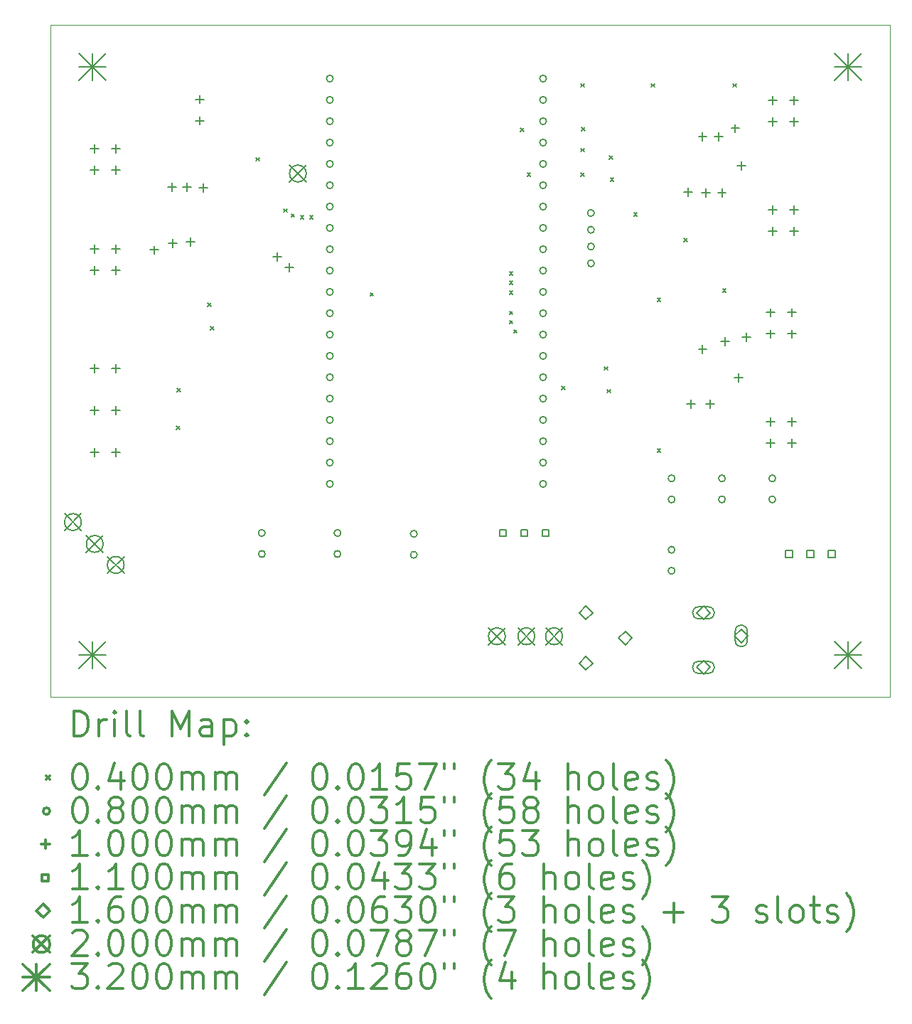
<source format=gbr>
%FSLAX45Y45*%
G04 Gerber Fmt 4.5, Leading zero omitted, Abs format (unit mm)*
G04 Created by KiCad (PCBNEW 5.1.10) date 2022-01-16 13:45:01*
%MOMM*%
%LPD*%
G01*
G04 APERTURE LIST*
%TA.AperFunction,Profile*%
%ADD10C,0.100000*%
%TD*%
%ADD11C,0.200000*%
%ADD12C,0.300000*%
G04 APERTURE END LIST*
D10*
X2000000Y-4000000D02*
X12000000Y-4000000D01*
X12000000Y-4000000D02*
X12000000Y-12000000D01*
X2000000Y-12000000D02*
X2000000Y-4000000D01*
X12000000Y-12000000D02*
X2000000Y-12000000D01*
D11*
X3500000Y-8780000D02*
X3540000Y-8820000D01*
X3540000Y-8780000D02*
X3500000Y-8820000D01*
X3510000Y-8330000D02*
X3550000Y-8370000D01*
X3550000Y-8330000D02*
X3510000Y-8370000D01*
X3875000Y-7315000D02*
X3915000Y-7355000D01*
X3915000Y-7315000D02*
X3875000Y-7355000D01*
X3910000Y-7590000D02*
X3950000Y-7630000D01*
X3950000Y-7590000D02*
X3910000Y-7630000D01*
X4450000Y-5580000D02*
X4490000Y-5620000D01*
X4490000Y-5580000D02*
X4450000Y-5620000D01*
X4780000Y-6190000D02*
X4820000Y-6230000D01*
X4820000Y-6190000D02*
X4780000Y-6230000D01*
X4870000Y-6250000D02*
X4910000Y-6290000D01*
X4910000Y-6250000D02*
X4870000Y-6290000D01*
X4980000Y-6270000D02*
X5020000Y-6310000D01*
X5020000Y-6270000D02*
X4980000Y-6310000D01*
X5090000Y-6270000D02*
X5130000Y-6310000D01*
X5130000Y-6270000D02*
X5090000Y-6310000D01*
X5810000Y-7190000D02*
X5850000Y-7230000D01*
X5850000Y-7190000D02*
X5810000Y-7230000D01*
X7470000Y-6940000D02*
X7510000Y-6980000D01*
X7510000Y-6940000D02*
X7470000Y-6980000D01*
X7470000Y-7050000D02*
X7510000Y-7090000D01*
X7510000Y-7050000D02*
X7470000Y-7090000D01*
X7470000Y-7170000D02*
X7510000Y-7210000D01*
X7510000Y-7170000D02*
X7470000Y-7210000D01*
X7470000Y-7410000D02*
X7510000Y-7450000D01*
X7510000Y-7410000D02*
X7470000Y-7450000D01*
X7470000Y-7520000D02*
X7510000Y-7560000D01*
X7510000Y-7520000D02*
X7470000Y-7560000D01*
X7520000Y-7630000D02*
X7560000Y-7670000D01*
X7560000Y-7630000D02*
X7520000Y-7670000D01*
X7600000Y-5230000D02*
X7640000Y-5270000D01*
X7640000Y-5230000D02*
X7600000Y-5270000D01*
X7680000Y-5760000D02*
X7720000Y-5800000D01*
X7720000Y-5760000D02*
X7680000Y-5800000D01*
X8090000Y-8300000D02*
X8130000Y-8340000D01*
X8130000Y-8300000D02*
X8090000Y-8340000D01*
X8320000Y-4700000D02*
X8360000Y-4740000D01*
X8360000Y-4700000D02*
X8320000Y-4740000D01*
X8320000Y-5470000D02*
X8360000Y-5510000D01*
X8360000Y-5470000D02*
X8320000Y-5510000D01*
X8320000Y-5760000D02*
X8360000Y-5800000D01*
X8360000Y-5760000D02*
X8320000Y-5800000D01*
X8330000Y-5220000D02*
X8370000Y-5260000D01*
X8370000Y-5220000D02*
X8330000Y-5260000D01*
X8600000Y-8070000D02*
X8640000Y-8110000D01*
X8640000Y-8070000D02*
X8600000Y-8110000D01*
X8630000Y-8340000D02*
X8670000Y-8380000D01*
X8670000Y-8340000D02*
X8630000Y-8380000D01*
X8660000Y-5560000D02*
X8700000Y-5600000D01*
X8700000Y-5560000D02*
X8660000Y-5600000D01*
X8670000Y-5820000D02*
X8710000Y-5860000D01*
X8710000Y-5820000D02*
X8670000Y-5860000D01*
X8950000Y-6240000D02*
X8990000Y-6280000D01*
X8990000Y-6240000D02*
X8950000Y-6280000D01*
X9160000Y-4700000D02*
X9200000Y-4740000D01*
X9200000Y-4700000D02*
X9160000Y-4740000D01*
X9230000Y-7250000D02*
X9270000Y-7290000D01*
X9270000Y-7250000D02*
X9230000Y-7290000D01*
X9230000Y-9050000D02*
X9270000Y-9090000D01*
X9270000Y-9050000D02*
X9230000Y-9090000D01*
X9550000Y-6540000D02*
X9590000Y-6580000D01*
X9590000Y-6540000D02*
X9550000Y-6580000D01*
X10010000Y-7140000D02*
X10050000Y-7180000D01*
X10050000Y-7140000D02*
X10010000Y-7180000D01*
X10130000Y-4700000D02*
X10170000Y-4740000D01*
X10170000Y-4700000D02*
X10130000Y-4740000D01*
X4560000Y-10050000D02*
G75*
G03*
X4560000Y-10050000I-40000J0D01*
G01*
X4560000Y-10300000D02*
G75*
G03*
X4560000Y-10300000I-40000J0D01*
G01*
X5370000Y-4639000D02*
G75*
G03*
X5370000Y-4639000I-40000J0D01*
G01*
X5370000Y-4893000D02*
G75*
G03*
X5370000Y-4893000I-40000J0D01*
G01*
X5370000Y-5147000D02*
G75*
G03*
X5370000Y-5147000I-40000J0D01*
G01*
X5370000Y-5401000D02*
G75*
G03*
X5370000Y-5401000I-40000J0D01*
G01*
X5370000Y-5655000D02*
G75*
G03*
X5370000Y-5655000I-40000J0D01*
G01*
X5370000Y-5909000D02*
G75*
G03*
X5370000Y-5909000I-40000J0D01*
G01*
X5370000Y-6163000D02*
G75*
G03*
X5370000Y-6163000I-40000J0D01*
G01*
X5370000Y-6417000D02*
G75*
G03*
X5370000Y-6417000I-40000J0D01*
G01*
X5370000Y-6671000D02*
G75*
G03*
X5370000Y-6671000I-40000J0D01*
G01*
X5370000Y-6925000D02*
G75*
G03*
X5370000Y-6925000I-40000J0D01*
G01*
X5370000Y-7179000D02*
G75*
G03*
X5370000Y-7179000I-40000J0D01*
G01*
X5370000Y-7433000D02*
G75*
G03*
X5370000Y-7433000I-40000J0D01*
G01*
X5370000Y-7687000D02*
G75*
G03*
X5370000Y-7687000I-40000J0D01*
G01*
X5370000Y-7941000D02*
G75*
G03*
X5370000Y-7941000I-40000J0D01*
G01*
X5370000Y-8195000D02*
G75*
G03*
X5370000Y-8195000I-40000J0D01*
G01*
X5370000Y-8449000D02*
G75*
G03*
X5370000Y-8449000I-40000J0D01*
G01*
X5370000Y-8703000D02*
G75*
G03*
X5370000Y-8703000I-40000J0D01*
G01*
X5370000Y-8957000D02*
G75*
G03*
X5370000Y-8957000I-40000J0D01*
G01*
X5370000Y-9211000D02*
G75*
G03*
X5370000Y-9211000I-40000J0D01*
G01*
X5370000Y-9465000D02*
G75*
G03*
X5370000Y-9465000I-40000J0D01*
G01*
X5460000Y-10050000D02*
G75*
G03*
X5460000Y-10050000I-40000J0D01*
G01*
X5460000Y-10300000D02*
G75*
G03*
X5460000Y-10300000I-40000J0D01*
G01*
X6370000Y-10060000D02*
G75*
G03*
X6370000Y-10060000I-40000J0D01*
G01*
X6370000Y-10310000D02*
G75*
G03*
X6370000Y-10310000I-40000J0D01*
G01*
X7910000Y-4639000D02*
G75*
G03*
X7910000Y-4639000I-40000J0D01*
G01*
X7910000Y-4893000D02*
G75*
G03*
X7910000Y-4893000I-40000J0D01*
G01*
X7910000Y-5147000D02*
G75*
G03*
X7910000Y-5147000I-40000J0D01*
G01*
X7910000Y-5401000D02*
G75*
G03*
X7910000Y-5401000I-40000J0D01*
G01*
X7910000Y-5655000D02*
G75*
G03*
X7910000Y-5655000I-40000J0D01*
G01*
X7910000Y-5909000D02*
G75*
G03*
X7910000Y-5909000I-40000J0D01*
G01*
X7910000Y-6163000D02*
G75*
G03*
X7910000Y-6163000I-40000J0D01*
G01*
X7910000Y-6417000D02*
G75*
G03*
X7910000Y-6417000I-40000J0D01*
G01*
X7910000Y-6671000D02*
G75*
G03*
X7910000Y-6671000I-40000J0D01*
G01*
X7910000Y-6925000D02*
G75*
G03*
X7910000Y-6925000I-40000J0D01*
G01*
X7910000Y-7179000D02*
G75*
G03*
X7910000Y-7179000I-40000J0D01*
G01*
X7910000Y-7433000D02*
G75*
G03*
X7910000Y-7433000I-40000J0D01*
G01*
X7910000Y-7687000D02*
G75*
G03*
X7910000Y-7687000I-40000J0D01*
G01*
X7910000Y-7941000D02*
G75*
G03*
X7910000Y-7941000I-40000J0D01*
G01*
X7910000Y-8195000D02*
G75*
G03*
X7910000Y-8195000I-40000J0D01*
G01*
X7910000Y-8449000D02*
G75*
G03*
X7910000Y-8449000I-40000J0D01*
G01*
X7910000Y-8703000D02*
G75*
G03*
X7910000Y-8703000I-40000J0D01*
G01*
X7910000Y-8957000D02*
G75*
G03*
X7910000Y-8957000I-40000J0D01*
G01*
X7910000Y-9211000D02*
G75*
G03*
X7910000Y-9211000I-40000J0D01*
G01*
X7910000Y-9465000D02*
G75*
G03*
X7910000Y-9465000I-40000J0D01*
G01*
X8480000Y-6240000D02*
G75*
G03*
X8480000Y-6240000I-40000J0D01*
G01*
X8480000Y-6440000D02*
G75*
G03*
X8480000Y-6440000I-40000J0D01*
G01*
X8480000Y-6640000D02*
G75*
G03*
X8480000Y-6640000I-40000J0D01*
G01*
X8480000Y-6840000D02*
G75*
G03*
X8480000Y-6840000I-40000J0D01*
G01*
X9440000Y-9400000D02*
G75*
G03*
X9440000Y-9400000I-40000J0D01*
G01*
X9440000Y-9650000D02*
G75*
G03*
X9440000Y-9650000I-40000J0D01*
G01*
X9440000Y-10250000D02*
G75*
G03*
X9440000Y-10250000I-40000J0D01*
G01*
X9440000Y-10500000D02*
G75*
G03*
X9440000Y-10500000I-40000J0D01*
G01*
X10040000Y-9400000D02*
G75*
G03*
X10040000Y-9400000I-40000J0D01*
G01*
X10040000Y-9650000D02*
G75*
G03*
X10040000Y-9650000I-40000J0D01*
G01*
X10640000Y-9400000D02*
G75*
G03*
X10640000Y-9400000I-40000J0D01*
G01*
X10640000Y-9650000D02*
G75*
G03*
X10640000Y-9650000I-40000J0D01*
G01*
X2525000Y-5421000D02*
X2525000Y-5521000D01*
X2475000Y-5471000D02*
X2575000Y-5471000D01*
X2525000Y-5675000D02*
X2525000Y-5775000D01*
X2475000Y-5725000D02*
X2575000Y-5725000D01*
X2525000Y-6621000D02*
X2525000Y-6721000D01*
X2475000Y-6671000D02*
X2575000Y-6671000D01*
X2525000Y-6875000D02*
X2525000Y-6975000D01*
X2475000Y-6925000D02*
X2575000Y-6925000D01*
X2525000Y-8040000D02*
X2525000Y-8140000D01*
X2475000Y-8090000D02*
X2575000Y-8090000D01*
X2525000Y-8540000D02*
X2525000Y-8640000D01*
X2475000Y-8590000D02*
X2575000Y-8590000D01*
X2525000Y-9040000D02*
X2525000Y-9140000D01*
X2475000Y-9090000D02*
X2575000Y-9090000D01*
X2779000Y-5421000D02*
X2779000Y-5521000D01*
X2729000Y-5471000D02*
X2829000Y-5471000D01*
X2779000Y-5675000D02*
X2779000Y-5775000D01*
X2729000Y-5725000D02*
X2829000Y-5725000D01*
X2779000Y-6621000D02*
X2779000Y-6721000D01*
X2729000Y-6671000D02*
X2829000Y-6671000D01*
X2779000Y-6875000D02*
X2779000Y-6975000D01*
X2729000Y-6925000D02*
X2829000Y-6925000D01*
X2779000Y-8040000D02*
X2779000Y-8140000D01*
X2729000Y-8090000D02*
X2829000Y-8090000D01*
X2779000Y-8540000D02*
X2779000Y-8640000D01*
X2729000Y-8590000D02*
X2829000Y-8590000D01*
X2779000Y-9040000D02*
X2779000Y-9140000D01*
X2729000Y-9090000D02*
X2829000Y-9090000D01*
X3240000Y-6630000D02*
X3240000Y-6730000D01*
X3190000Y-6680000D02*
X3290000Y-6680000D01*
X3450000Y-5880000D02*
X3450000Y-5980000D01*
X3400000Y-5930000D02*
X3500000Y-5930000D01*
X3460000Y-6550000D02*
X3460000Y-6650000D01*
X3410000Y-6600000D02*
X3510000Y-6600000D01*
X3630000Y-5880000D02*
X3630000Y-5980000D01*
X3580000Y-5930000D02*
X3680000Y-5930000D01*
X3670000Y-6530000D02*
X3670000Y-6630000D01*
X3620000Y-6580000D02*
X3720000Y-6580000D01*
X3780000Y-4836000D02*
X3780000Y-4936000D01*
X3730000Y-4886000D02*
X3830000Y-4886000D01*
X3780000Y-5090000D02*
X3780000Y-5190000D01*
X3730000Y-5140000D02*
X3830000Y-5140000D01*
X3820000Y-5890000D02*
X3820000Y-5990000D01*
X3770000Y-5940000D02*
X3870000Y-5940000D01*
X4705000Y-6712500D02*
X4705000Y-6812500D01*
X4655000Y-6762500D02*
X4755000Y-6762500D01*
X4845000Y-6840000D02*
X4845000Y-6940000D01*
X4795000Y-6890000D02*
X4895000Y-6890000D01*
X9600000Y-5940000D02*
X9600000Y-6040000D01*
X9550000Y-5990000D02*
X9650000Y-5990000D01*
X9630000Y-8460000D02*
X9630000Y-8560000D01*
X9580000Y-8510000D02*
X9680000Y-8510000D01*
X9770000Y-5280000D02*
X9770000Y-5380000D01*
X9720000Y-5330000D02*
X9820000Y-5330000D01*
X9770000Y-7810000D02*
X9770000Y-7910000D01*
X9720000Y-7860000D02*
X9820000Y-7860000D01*
X9810000Y-5950000D02*
X9810000Y-6050000D01*
X9760000Y-6000000D02*
X9860000Y-6000000D01*
X9860000Y-8460000D02*
X9860000Y-8560000D01*
X9810000Y-8510000D02*
X9910000Y-8510000D01*
X9960000Y-5280000D02*
X9960000Y-5380000D01*
X9910000Y-5330000D02*
X10010000Y-5330000D01*
X10000000Y-5950000D02*
X10000000Y-6050000D01*
X9950000Y-6000000D02*
X10050000Y-6000000D01*
X10040000Y-7720000D02*
X10040000Y-7820000D01*
X9990000Y-7770000D02*
X10090000Y-7770000D01*
X10160000Y-5182400D02*
X10160000Y-5282400D01*
X10110000Y-5232400D02*
X10210000Y-5232400D01*
X10200000Y-8150000D02*
X10200000Y-8250000D01*
X10150000Y-8200000D02*
X10250000Y-8200000D01*
X10230000Y-5630000D02*
X10230000Y-5730000D01*
X10180000Y-5680000D02*
X10280000Y-5680000D01*
X10290000Y-7670000D02*
X10290000Y-7770000D01*
X10240000Y-7720000D02*
X10340000Y-7720000D01*
X10578500Y-7375000D02*
X10578500Y-7475000D01*
X10528500Y-7425000D02*
X10628500Y-7425000D01*
X10578500Y-7629000D02*
X10578500Y-7729000D01*
X10528500Y-7679000D02*
X10628500Y-7679000D01*
X10578500Y-8675000D02*
X10578500Y-8775000D01*
X10528500Y-8725000D02*
X10628500Y-8725000D01*
X10578500Y-8929000D02*
X10578500Y-9029000D01*
X10528500Y-8979000D02*
X10628500Y-8979000D01*
X10603500Y-4850000D02*
X10603500Y-4950000D01*
X10553500Y-4900000D02*
X10653500Y-4900000D01*
X10603500Y-5104000D02*
X10603500Y-5204000D01*
X10553500Y-5154000D02*
X10653500Y-5154000D01*
X10603500Y-6150000D02*
X10603500Y-6250000D01*
X10553500Y-6200000D02*
X10653500Y-6200000D01*
X10603500Y-6404000D02*
X10603500Y-6504000D01*
X10553500Y-6454000D02*
X10653500Y-6454000D01*
X10832500Y-7375000D02*
X10832500Y-7475000D01*
X10782500Y-7425000D02*
X10882500Y-7425000D01*
X10832500Y-7629000D02*
X10832500Y-7729000D01*
X10782500Y-7679000D02*
X10882500Y-7679000D01*
X10832500Y-8675000D02*
X10832500Y-8775000D01*
X10782500Y-8725000D02*
X10882500Y-8725000D01*
X10832500Y-8929000D02*
X10832500Y-9029000D01*
X10782500Y-8979000D02*
X10882500Y-8979000D01*
X10857500Y-4850000D02*
X10857500Y-4950000D01*
X10807500Y-4900000D02*
X10907500Y-4900000D01*
X10857500Y-5104000D02*
X10857500Y-5204000D01*
X10807500Y-5154000D02*
X10907500Y-5154000D01*
X10857500Y-6150000D02*
X10857500Y-6250000D01*
X10807500Y-6200000D02*
X10907500Y-6200000D01*
X10857500Y-6404000D02*
X10857500Y-6504000D01*
X10807500Y-6454000D02*
X10907500Y-6454000D01*
X7430891Y-10088891D02*
X7430891Y-10011109D01*
X7353109Y-10011109D01*
X7353109Y-10088891D01*
X7430891Y-10088891D01*
X7684891Y-10088891D02*
X7684891Y-10011109D01*
X7607109Y-10011109D01*
X7607109Y-10088891D01*
X7684891Y-10088891D01*
X7938891Y-10088891D02*
X7938891Y-10011109D01*
X7861109Y-10011109D01*
X7861109Y-10088891D01*
X7938891Y-10088891D01*
X10838891Y-10338891D02*
X10838891Y-10261109D01*
X10761109Y-10261109D01*
X10761109Y-10338891D01*
X10838891Y-10338891D01*
X11092891Y-10338891D02*
X11092891Y-10261109D01*
X11015109Y-10261109D01*
X11015109Y-10338891D01*
X11092891Y-10338891D01*
X11346891Y-10338891D02*
X11346891Y-10261109D01*
X11269109Y-10261109D01*
X11269109Y-10338891D01*
X11346891Y-10338891D01*
X8380000Y-11080000D02*
X8460000Y-11000000D01*
X8380000Y-10920000D01*
X8300000Y-11000000D01*
X8380000Y-11080000D01*
X8380000Y-11680000D02*
X8460000Y-11600000D01*
X8380000Y-11520000D01*
X8300000Y-11600000D01*
X8380000Y-11680000D01*
X8850000Y-11380000D02*
X8930000Y-11300000D01*
X8850000Y-11220000D01*
X8770000Y-11300000D01*
X8850000Y-11380000D01*
X9780000Y-11080000D02*
X9860000Y-11000000D01*
X9780000Y-10920000D01*
X9700000Y-11000000D01*
X9780000Y-11080000D01*
X9720000Y-11070000D02*
X9840000Y-11070000D01*
X9720000Y-10930000D02*
X9840000Y-10930000D01*
X9840000Y-11070000D02*
G75*
G03*
X9840000Y-10930000I0J70000D01*
G01*
X9720000Y-10930000D02*
G75*
G03*
X9720000Y-11070000I0J-70000D01*
G01*
X9780000Y-11730000D02*
X9860000Y-11650000D01*
X9780000Y-11570000D01*
X9700000Y-11650000D01*
X9780000Y-11730000D01*
X9720000Y-11720000D02*
X9840000Y-11720000D01*
X9720000Y-11580000D02*
X9840000Y-11580000D01*
X9840000Y-11720000D02*
G75*
G03*
X9840000Y-11580000I0J70000D01*
G01*
X9720000Y-11580000D02*
G75*
G03*
X9720000Y-11720000I0J-70000D01*
G01*
X10230000Y-11355000D02*
X10310000Y-11275000D01*
X10230000Y-11195000D01*
X10150000Y-11275000D01*
X10230000Y-11355000D01*
X10160000Y-11215000D02*
X10160000Y-11335000D01*
X10300000Y-11215000D02*
X10300000Y-11335000D01*
X10160000Y-11335000D02*
G75*
G03*
X10300000Y-11335000I70000J0D01*
G01*
X10300000Y-11215000D02*
G75*
G03*
X10160000Y-11215000I-70000J0D01*
G01*
X2170000Y-9820000D02*
X2370000Y-10020000D01*
X2370000Y-9820000D02*
X2170000Y-10020000D01*
X2370000Y-9920000D02*
G75*
G03*
X2370000Y-9920000I-100000J0D01*
G01*
X2430000Y-10080000D02*
X2630000Y-10280000D01*
X2630000Y-10080000D02*
X2430000Y-10280000D01*
X2630000Y-10180000D02*
G75*
G03*
X2630000Y-10180000I-100000J0D01*
G01*
X2680000Y-10330000D02*
X2880000Y-10530000D01*
X2880000Y-10330000D02*
X2680000Y-10530000D01*
X2880000Y-10430000D02*
G75*
G03*
X2880000Y-10430000I-100000J0D01*
G01*
X4850000Y-5670000D02*
X5050000Y-5870000D01*
X5050000Y-5670000D02*
X4850000Y-5870000D01*
X5050000Y-5770000D02*
G75*
G03*
X5050000Y-5770000I-100000J0D01*
G01*
X7220000Y-11180000D02*
X7420000Y-11380000D01*
X7420000Y-11180000D02*
X7220000Y-11380000D01*
X7420000Y-11280000D02*
G75*
G03*
X7420000Y-11280000I-100000J0D01*
G01*
X7570000Y-11180000D02*
X7770000Y-11380000D01*
X7770000Y-11180000D02*
X7570000Y-11380000D01*
X7770000Y-11280000D02*
G75*
G03*
X7770000Y-11280000I-100000J0D01*
G01*
X7900000Y-11180000D02*
X8100000Y-11380000D01*
X8100000Y-11180000D02*
X7900000Y-11380000D01*
X8100000Y-11280000D02*
G75*
G03*
X8100000Y-11280000I-100000J0D01*
G01*
X2340000Y-4340000D02*
X2660000Y-4660000D01*
X2660000Y-4340000D02*
X2340000Y-4660000D01*
X2500000Y-4340000D02*
X2500000Y-4660000D01*
X2340000Y-4500000D02*
X2660000Y-4500000D01*
X2340000Y-11340000D02*
X2660000Y-11660000D01*
X2660000Y-11340000D02*
X2340000Y-11660000D01*
X2500000Y-11340000D02*
X2500000Y-11660000D01*
X2340000Y-11500000D02*
X2660000Y-11500000D01*
X11340000Y-4340000D02*
X11660000Y-4660000D01*
X11660000Y-4340000D02*
X11340000Y-4660000D01*
X11500000Y-4340000D02*
X11500000Y-4660000D01*
X11340000Y-4500000D02*
X11660000Y-4500000D01*
X11340000Y-11340000D02*
X11660000Y-11660000D01*
X11660000Y-11340000D02*
X11340000Y-11660000D01*
X11500000Y-11340000D02*
X11500000Y-11660000D01*
X11340000Y-11500000D02*
X11660000Y-11500000D01*
D12*
X2281428Y-12470714D02*
X2281428Y-12170714D01*
X2352857Y-12170714D01*
X2395714Y-12185000D01*
X2424286Y-12213571D01*
X2438571Y-12242143D01*
X2452857Y-12299286D01*
X2452857Y-12342143D01*
X2438571Y-12399286D01*
X2424286Y-12427857D01*
X2395714Y-12456429D01*
X2352857Y-12470714D01*
X2281428Y-12470714D01*
X2581428Y-12470714D02*
X2581428Y-12270714D01*
X2581428Y-12327857D02*
X2595714Y-12299286D01*
X2610000Y-12285000D01*
X2638571Y-12270714D01*
X2667143Y-12270714D01*
X2767143Y-12470714D02*
X2767143Y-12270714D01*
X2767143Y-12170714D02*
X2752857Y-12185000D01*
X2767143Y-12199286D01*
X2781428Y-12185000D01*
X2767143Y-12170714D01*
X2767143Y-12199286D01*
X2952857Y-12470714D02*
X2924286Y-12456429D01*
X2910000Y-12427857D01*
X2910000Y-12170714D01*
X3110000Y-12470714D02*
X3081428Y-12456429D01*
X3067143Y-12427857D01*
X3067143Y-12170714D01*
X3452857Y-12470714D02*
X3452857Y-12170714D01*
X3552857Y-12385000D01*
X3652857Y-12170714D01*
X3652857Y-12470714D01*
X3924286Y-12470714D02*
X3924286Y-12313571D01*
X3910000Y-12285000D01*
X3881428Y-12270714D01*
X3824286Y-12270714D01*
X3795714Y-12285000D01*
X3924286Y-12456429D02*
X3895714Y-12470714D01*
X3824286Y-12470714D01*
X3795714Y-12456429D01*
X3781428Y-12427857D01*
X3781428Y-12399286D01*
X3795714Y-12370714D01*
X3824286Y-12356429D01*
X3895714Y-12356429D01*
X3924286Y-12342143D01*
X4067143Y-12270714D02*
X4067143Y-12570714D01*
X4067143Y-12285000D02*
X4095714Y-12270714D01*
X4152857Y-12270714D01*
X4181428Y-12285000D01*
X4195714Y-12299286D01*
X4210000Y-12327857D01*
X4210000Y-12413571D01*
X4195714Y-12442143D01*
X4181428Y-12456429D01*
X4152857Y-12470714D01*
X4095714Y-12470714D01*
X4067143Y-12456429D01*
X4338571Y-12442143D02*
X4352857Y-12456429D01*
X4338571Y-12470714D01*
X4324286Y-12456429D01*
X4338571Y-12442143D01*
X4338571Y-12470714D01*
X4338571Y-12285000D02*
X4352857Y-12299286D01*
X4338571Y-12313571D01*
X4324286Y-12299286D01*
X4338571Y-12285000D01*
X4338571Y-12313571D01*
X1955000Y-12945000D02*
X1995000Y-12985000D01*
X1995000Y-12945000D02*
X1955000Y-12985000D01*
X2338571Y-12800714D02*
X2367143Y-12800714D01*
X2395714Y-12815000D01*
X2410000Y-12829286D01*
X2424286Y-12857857D01*
X2438571Y-12915000D01*
X2438571Y-12986429D01*
X2424286Y-13043571D01*
X2410000Y-13072143D01*
X2395714Y-13086429D01*
X2367143Y-13100714D01*
X2338571Y-13100714D01*
X2310000Y-13086429D01*
X2295714Y-13072143D01*
X2281428Y-13043571D01*
X2267143Y-12986429D01*
X2267143Y-12915000D01*
X2281428Y-12857857D01*
X2295714Y-12829286D01*
X2310000Y-12815000D01*
X2338571Y-12800714D01*
X2567143Y-13072143D02*
X2581428Y-13086429D01*
X2567143Y-13100714D01*
X2552857Y-13086429D01*
X2567143Y-13072143D01*
X2567143Y-13100714D01*
X2838571Y-12900714D02*
X2838571Y-13100714D01*
X2767143Y-12786429D02*
X2695714Y-13000714D01*
X2881428Y-13000714D01*
X3052857Y-12800714D02*
X3081428Y-12800714D01*
X3110000Y-12815000D01*
X3124286Y-12829286D01*
X3138571Y-12857857D01*
X3152857Y-12915000D01*
X3152857Y-12986429D01*
X3138571Y-13043571D01*
X3124286Y-13072143D01*
X3110000Y-13086429D01*
X3081428Y-13100714D01*
X3052857Y-13100714D01*
X3024286Y-13086429D01*
X3010000Y-13072143D01*
X2995714Y-13043571D01*
X2981428Y-12986429D01*
X2981428Y-12915000D01*
X2995714Y-12857857D01*
X3010000Y-12829286D01*
X3024286Y-12815000D01*
X3052857Y-12800714D01*
X3338571Y-12800714D02*
X3367143Y-12800714D01*
X3395714Y-12815000D01*
X3410000Y-12829286D01*
X3424286Y-12857857D01*
X3438571Y-12915000D01*
X3438571Y-12986429D01*
X3424286Y-13043571D01*
X3410000Y-13072143D01*
X3395714Y-13086429D01*
X3367143Y-13100714D01*
X3338571Y-13100714D01*
X3310000Y-13086429D01*
X3295714Y-13072143D01*
X3281428Y-13043571D01*
X3267143Y-12986429D01*
X3267143Y-12915000D01*
X3281428Y-12857857D01*
X3295714Y-12829286D01*
X3310000Y-12815000D01*
X3338571Y-12800714D01*
X3567143Y-13100714D02*
X3567143Y-12900714D01*
X3567143Y-12929286D02*
X3581428Y-12915000D01*
X3610000Y-12900714D01*
X3652857Y-12900714D01*
X3681428Y-12915000D01*
X3695714Y-12943571D01*
X3695714Y-13100714D01*
X3695714Y-12943571D02*
X3710000Y-12915000D01*
X3738571Y-12900714D01*
X3781428Y-12900714D01*
X3810000Y-12915000D01*
X3824286Y-12943571D01*
X3824286Y-13100714D01*
X3967143Y-13100714D02*
X3967143Y-12900714D01*
X3967143Y-12929286D02*
X3981428Y-12915000D01*
X4010000Y-12900714D01*
X4052857Y-12900714D01*
X4081428Y-12915000D01*
X4095714Y-12943571D01*
X4095714Y-13100714D01*
X4095714Y-12943571D02*
X4110000Y-12915000D01*
X4138571Y-12900714D01*
X4181428Y-12900714D01*
X4210000Y-12915000D01*
X4224286Y-12943571D01*
X4224286Y-13100714D01*
X4810000Y-12786429D02*
X4552857Y-13172143D01*
X5195714Y-12800714D02*
X5224286Y-12800714D01*
X5252857Y-12815000D01*
X5267143Y-12829286D01*
X5281428Y-12857857D01*
X5295714Y-12915000D01*
X5295714Y-12986429D01*
X5281428Y-13043571D01*
X5267143Y-13072143D01*
X5252857Y-13086429D01*
X5224286Y-13100714D01*
X5195714Y-13100714D01*
X5167143Y-13086429D01*
X5152857Y-13072143D01*
X5138571Y-13043571D01*
X5124286Y-12986429D01*
X5124286Y-12915000D01*
X5138571Y-12857857D01*
X5152857Y-12829286D01*
X5167143Y-12815000D01*
X5195714Y-12800714D01*
X5424286Y-13072143D02*
X5438571Y-13086429D01*
X5424286Y-13100714D01*
X5410000Y-13086429D01*
X5424286Y-13072143D01*
X5424286Y-13100714D01*
X5624286Y-12800714D02*
X5652857Y-12800714D01*
X5681428Y-12815000D01*
X5695714Y-12829286D01*
X5710000Y-12857857D01*
X5724286Y-12915000D01*
X5724286Y-12986429D01*
X5710000Y-13043571D01*
X5695714Y-13072143D01*
X5681428Y-13086429D01*
X5652857Y-13100714D01*
X5624286Y-13100714D01*
X5595714Y-13086429D01*
X5581428Y-13072143D01*
X5567143Y-13043571D01*
X5552857Y-12986429D01*
X5552857Y-12915000D01*
X5567143Y-12857857D01*
X5581428Y-12829286D01*
X5595714Y-12815000D01*
X5624286Y-12800714D01*
X6010000Y-13100714D02*
X5838571Y-13100714D01*
X5924286Y-13100714D02*
X5924286Y-12800714D01*
X5895714Y-12843571D01*
X5867143Y-12872143D01*
X5838571Y-12886429D01*
X6281428Y-12800714D02*
X6138571Y-12800714D01*
X6124286Y-12943571D01*
X6138571Y-12929286D01*
X6167143Y-12915000D01*
X6238571Y-12915000D01*
X6267143Y-12929286D01*
X6281428Y-12943571D01*
X6295714Y-12972143D01*
X6295714Y-13043571D01*
X6281428Y-13072143D01*
X6267143Y-13086429D01*
X6238571Y-13100714D01*
X6167143Y-13100714D01*
X6138571Y-13086429D01*
X6124286Y-13072143D01*
X6395714Y-12800714D02*
X6595714Y-12800714D01*
X6467143Y-13100714D01*
X6695714Y-12800714D02*
X6695714Y-12857857D01*
X6810000Y-12800714D02*
X6810000Y-12857857D01*
X7252857Y-13215000D02*
X7238571Y-13200714D01*
X7210000Y-13157857D01*
X7195714Y-13129286D01*
X7181428Y-13086429D01*
X7167143Y-13015000D01*
X7167143Y-12957857D01*
X7181428Y-12886429D01*
X7195714Y-12843571D01*
X7210000Y-12815000D01*
X7238571Y-12772143D01*
X7252857Y-12757857D01*
X7338571Y-12800714D02*
X7524286Y-12800714D01*
X7424286Y-12915000D01*
X7467143Y-12915000D01*
X7495714Y-12929286D01*
X7510000Y-12943571D01*
X7524286Y-12972143D01*
X7524286Y-13043571D01*
X7510000Y-13072143D01*
X7495714Y-13086429D01*
X7467143Y-13100714D01*
X7381428Y-13100714D01*
X7352857Y-13086429D01*
X7338571Y-13072143D01*
X7781428Y-12900714D02*
X7781428Y-13100714D01*
X7710000Y-12786429D02*
X7638571Y-13000714D01*
X7824286Y-13000714D01*
X8167143Y-13100714D02*
X8167143Y-12800714D01*
X8295714Y-13100714D02*
X8295714Y-12943571D01*
X8281428Y-12915000D01*
X8252857Y-12900714D01*
X8210000Y-12900714D01*
X8181428Y-12915000D01*
X8167143Y-12929286D01*
X8481428Y-13100714D02*
X8452857Y-13086429D01*
X8438571Y-13072143D01*
X8424286Y-13043571D01*
X8424286Y-12957857D01*
X8438571Y-12929286D01*
X8452857Y-12915000D01*
X8481428Y-12900714D01*
X8524286Y-12900714D01*
X8552857Y-12915000D01*
X8567143Y-12929286D01*
X8581428Y-12957857D01*
X8581428Y-13043571D01*
X8567143Y-13072143D01*
X8552857Y-13086429D01*
X8524286Y-13100714D01*
X8481428Y-13100714D01*
X8752857Y-13100714D02*
X8724286Y-13086429D01*
X8710000Y-13057857D01*
X8710000Y-12800714D01*
X8981428Y-13086429D02*
X8952857Y-13100714D01*
X8895714Y-13100714D01*
X8867143Y-13086429D01*
X8852857Y-13057857D01*
X8852857Y-12943571D01*
X8867143Y-12915000D01*
X8895714Y-12900714D01*
X8952857Y-12900714D01*
X8981428Y-12915000D01*
X8995714Y-12943571D01*
X8995714Y-12972143D01*
X8852857Y-13000714D01*
X9110000Y-13086429D02*
X9138571Y-13100714D01*
X9195714Y-13100714D01*
X9224286Y-13086429D01*
X9238571Y-13057857D01*
X9238571Y-13043571D01*
X9224286Y-13015000D01*
X9195714Y-13000714D01*
X9152857Y-13000714D01*
X9124286Y-12986429D01*
X9110000Y-12957857D01*
X9110000Y-12943571D01*
X9124286Y-12915000D01*
X9152857Y-12900714D01*
X9195714Y-12900714D01*
X9224286Y-12915000D01*
X9338571Y-13215000D02*
X9352857Y-13200714D01*
X9381428Y-13157857D01*
X9395714Y-13129286D01*
X9410000Y-13086429D01*
X9424286Y-13015000D01*
X9424286Y-12957857D01*
X9410000Y-12886429D01*
X9395714Y-12843571D01*
X9381428Y-12815000D01*
X9352857Y-12772143D01*
X9338571Y-12757857D01*
X1995000Y-13361000D02*
G75*
G03*
X1995000Y-13361000I-40000J0D01*
G01*
X2338571Y-13196714D02*
X2367143Y-13196714D01*
X2395714Y-13211000D01*
X2410000Y-13225286D01*
X2424286Y-13253857D01*
X2438571Y-13311000D01*
X2438571Y-13382429D01*
X2424286Y-13439571D01*
X2410000Y-13468143D01*
X2395714Y-13482429D01*
X2367143Y-13496714D01*
X2338571Y-13496714D01*
X2310000Y-13482429D01*
X2295714Y-13468143D01*
X2281428Y-13439571D01*
X2267143Y-13382429D01*
X2267143Y-13311000D01*
X2281428Y-13253857D01*
X2295714Y-13225286D01*
X2310000Y-13211000D01*
X2338571Y-13196714D01*
X2567143Y-13468143D02*
X2581428Y-13482429D01*
X2567143Y-13496714D01*
X2552857Y-13482429D01*
X2567143Y-13468143D01*
X2567143Y-13496714D01*
X2752857Y-13325286D02*
X2724286Y-13311000D01*
X2710000Y-13296714D01*
X2695714Y-13268143D01*
X2695714Y-13253857D01*
X2710000Y-13225286D01*
X2724286Y-13211000D01*
X2752857Y-13196714D01*
X2810000Y-13196714D01*
X2838571Y-13211000D01*
X2852857Y-13225286D01*
X2867143Y-13253857D01*
X2867143Y-13268143D01*
X2852857Y-13296714D01*
X2838571Y-13311000D01*
X2810000Y-13325286D01*
X2752857Y-13325286D01*
X2724286Y-13339571D01*
X2710000Y-13353857D01*
X2695714Y-13382429D01*
X2695714Y-13439571D01*
X2710000Y-13468143D01*
X2724286Y-13482429D01*
X2752857Y-13496714D01*
X2810000Y-13496714D01*
X2838571Y-13482429D01*
X2852857Y-13468143D01*
X2867143Y-13439571D01*
X2867143Y-13382429D01*
X2852857Y-13353857D01*
X2838571Y-13339571D01*
X2810000Y-13325286D01*
X3052857Y-13196714D02*
X3081428Y-13196714D01*
X3110000Y-13211000D01*
X3124286Y-13225286D01*
X3138571Y-13253857D01*
X3152857Y-13311000D01*
X3152857Y-13382429D01*
X3138571Y-13439571D01*
X3124286Y-13468143D01*
X3110000Y-13482429D01*
X3081428Y-13496714D01*
X3052857Y-13496714D01*
X3024286Y-13482429D01*
X3010000Y-13468143D01*
X2995714Y-13439571D01*
X2981428Y-13382429D01*
X2981428Y-13311000D01*
X2995714Y-13253857D01*
X3010000Y-13225286D01*
X3024286Y-13211000D01*
X3052857Y-13196714D01*
X3338571Y-13196714D02*
X3367143Y-13196714D01*
X3395714Y-13211000D01*
X3410000Y-13225286D01*
X3424286Y-13253857D01*
X3438571Y-13311000D01*
X3438571Y-13382429D01*
X3424286Y-13439571D01*
X3410000Y-13468143D01*
X3395714Y-13482429D01*
X3367143Y-13496714D01*
X3338571Y-13496714D01*
X3310000Y-13482429D01*
X3295714Y-13468143D01*
X3281428Y-13439571D01*
X3267143Y-13382429D01*
X3267143Y-13311000D01*
X3281428Y-13253857D01*
X3295714Y-13225286D01*
X3310000Y-13211000D01*
X3338571Y-13196714D01*
X3567143Y-13496714D02*
X3567143Y-13296714D01*
X3567143Y-13325286D02*
X3581428Y-13311000D01*
X3610000Y-13296714D01*
X3652857Y-13296714D01*
X3681428Y-13311000D01*
X3695714Y-13339571D01*
X3695714Y-13496714D01*
X3695714Y-13339571D02*
X3710000Y-13311000D01*
X3738571Y-13296714D01*
X3781428Y-13296714D01*
X3810000Y-13311000D01*
X3824286Y-13339571D01*
X3824286Y-13496714D01*
X3967143Y-13496714D02*
X3967143Y-13296714D01*
X3967143Y-13325286D02*
X3981428Y-13311000D01*
X4010000Y-13296714D01*
X4052857Y-13296714D01*
X4081428Y-13311000D01*
X4095714Y-13339571D01*
X4095714Y-13496714D01*
X4095714Y-13339571D02*
X4110000Y-13311000D01*
X4138571Y-13296714D01*
X4181428Y-13296714D01*
X4210000Y-13311000D01*
X4224286Y-13339571D01*
X4224286Y-13496714D01*
X4810000Y-13182429D02*
X4552857Y-13568143D01*
X5195714Y-13196714D02*
X5224286Y-13196714D01*
X5252857Y-13211000D01*
X5267143Y-13225286D01*
X5281428Y-13253857D01*
X5295714Y-13311000D01*
X5295714Y-13382429D01*
X5281428Y-13439571D01*
X5267143Y-13468143D01*
X5252857Y-13482429D01*
X5224286Y-13496714D01*
X5195714Y-13496714D01*
X5167143Y-13482429D01*
X5152857Y-13468143D01*
X5138571Y-13439571D01*
X5124286Y-13382429D01*
X5124286Y-13311000D01*
X5138571Y-13253857D01*
X5152857Y-13225286D01*
X5167143Y-13211000D01*
X5195714Y-13196714D01*
X5424286Y-13468143D02*
X5438571Y-13482429D01*
X5424286Y-13496714D01*
X5410000Y-13482429D01*
X5424286Y-13468143D01*
X5424286Y-13496714D01*
X5624286Y-13196714D02*
X5652857Y-13196714D01*
X5681428Y-13211000D01*
X5695714Y-13225286D01*
X5710000Y-13253857D01*
X5724286Y-13311000D01*
X5724286Y-13382429D01*
X5710000Y-13439571D01*
X5695714Y-13468143D01*
X5681428Y-13482429D01*
X5652857Y-13496714D01*
X5624286Y-13496714D01*
X5595714Y-13482429D01*
X5581428Y-13468143D01*
X5567143Y-13439571D01*
X5552857Y-13382429D01*
X5552857Y-13311000D01*
X5567143Y-13253857D01*
X5581428Y-13225286D01*
X5595714Y-13211000D01*
X5624286Y-13196714D01*
X5824286Y-13196714D02*
X6010000Y-13196714D01*
X5910000Y-13311000D01*
X5952857Y-13311000D01*
X5981428Y-13325286D01*
X5995714Y-13339571D01*
X6010000Y-13368143D01*
X6010000Y-13439571D01*
X5995714Y-13468143D01*
X5981428Y-13482429D01*
X5952857Y-13496714D01*
X5867143Y-13496714D01*
X5838571Y-13482429D01*
X5824286Y-13468143D01*
X6295714Y-13496714D02*
X6124286Y-13496714D01*
X6210000Y-13496714D02*
X6210000Y-13196714D01*
X6181428Y-13239571D01*
X6152857Y-13268143D01*
X6124286Y-13282429D01*
X6567143Y-13196714D02*
X6424286Y-13196714D01*
X6410000Y-13339571D01*
X6424286Y-13325286D01*
X6452857Y-13311000D01*
X6524286Y-13311000D01*
X6552857Y-13325286D01*
X6567143Y-13339571D01*
X6581428Y-13368143D01*
X6581428Y-13439571D01*
X6567143Y-13468143D01*
X6552857Y-13482429D01*
X6524286Y-13496714D01*
X6452857Y-13496714D01*
X6424286Y-13482429D01*
X6410000Y-13468143D01*
X6695714Y-13196714D02*
X6695714Y-13253857D01*
X6810000Y-13196714D02*
X6810000Y-13253857D01*
X7252857Y-13611000D02*
X7238571Y-13596714D01*
X7210000Y-13553857D01*
X7195714Y-13525286D01*
X7181428Y-13482429D01*
X7167143Y-13411000D01*
X7167143Y-13353857D01*
X7181428Y-13282429D01*
X7195714Y-13239571D01*
X7210000Y-13211000D01*
X7238571Y-13168143D01*
X7252857Y-13153857D01*
X7510000Y-13196714D02*
X7367143Y-13196714D01*
X7352857Y-13339571D01*
X7367143Y-13325286D01*
X7395714Y-13311000D01*
X7467143Y-13311000D01*
X7495714Y-13325286D01*
X7510000Y-13339571D01*
X7524286Y-13368143D01*
X7524286Y-13439571D01*
X7510000Y-13468143D01*
X7495714Y-13482429D01*
X7467143Y-13496714D01*
X7395714Y-13496714D01*
X7367143Y-13482429D01*
X7352857Y-13468143D01*
X7695714Y-13325286D02*
X7667143Y-13311000D01*
X7652857Y-13296714D01*
X7638571Y-13268143D01*
X7638571Y-13253857D01*
X7652857Y-13225286D01*
X7667143Y-13211000D01*
X7695714Y-13196714D01*
X7752857Y-13196714D01*
X7781428Y-13211000D01*
X7795714Y-13225286D01*
X7810000Y-13253857D01*
X7810000Y-13268143D01*
X7795714Y-13296714D01*
X7781428Y-13311000D01*
X7752857Y-13325286D01*
X7695714Y-13325286D01*
X7667143Y-13339571D01*
X7652857Y-13353857D01*
X7638571Y-13382429D01*
X7638571Y-13439571D01*
X7652857Y-13468143D01*
X7667143Y-13482429D01*
X7695714Y-13496714D01*
X7752857Y-13496714D01*
X7781428Y-13482429D01*
X7795714Y-13468143D01*
X7810000Y-13439571D01*
X7810000Y-13382429D01*
X7795714Y-13353857D01*
X7781428Y-13339571D01*
X7752857Y-13325286D01*
X8167143Y-13496714D02*
X8167143Y-13196714D01*
X8295714Y-13496714D02*
X8295714Y-13339571D01*
X8281428Y-13311000D01*
X8252857Y-13296714D01*
X8210000Y-13296714D01*
X8181428Y-13311000D01*
X8167143Y-13325286D01*
X8481428Y-13496714D02*
X8452857Y-13482429D01*
X8438571Y-13468143D01*
X8424286Y-13439571D01*
X8424286Y-13353857D01*
X8438571Y-13325286D01*
X8452857Y-13311000D01*
X8481428Y-13296714D01*
X8524286Y-13296714D01*
X8552857Y-13311000D01*
X8567143Y-13325286D01*
X8581428Y-13353857D01*
X8581428Y-13439571D01*
X8567143Y-13468143D01*
X8552857Y-13482429D01*
X8524286Y-13496714D01*
X8481428Y-13496714D01*
X8752857Y-13496714D02*
X8724286Y-13482429D01*
X8710000Y-13453857D01*
X8710000Y-13196714D01*
X8981428Y-13482429D02*
X8952857Y-13496714D01*
X8895714Y-13496714D01*
X8867143Y-13482429D01*
X8852857Y-13453857D01*
X8852857Y-13339571D01*
X8867143Y-13311000D01*
X8895714Y-13296714D01*
X8952857Y-13296714D01*
X8981428Y-13311000D01*
X8995714Y-13339571D01*
X8995714Y-13368143D01*
X8852857Y-13396714D01*
X9110000Y-13482429D02*
X9138571Y-13496714D01*
X9195714Y-13496714D01*
X9224286Y-13482429D01*
X9238571Y-13453857D01*
X9238571Y-13439571D01*
X9224286Y-13411000D01*
X9195714Y-13396714D01*
X9152857Y-13396714D01*
X9124286Y-13382429D01*
X9110000Y-13353857D01*
X9110000Y-13339571D01*
X9124286Y-13311000D01*
X9152857Y-13296714D01*
X9195714Y-13296714D01*
X9224286Y-13311000D01*
X9338571Y-13611000D02*
X9352857Y-13596714D01*
X9381428Y-13553857D01*
X9395714Y-13525286D01*
X9410000Y-13482429D01*
X9424286Y-13411000D01*
X9424286Y-13353857D01*
X9410000Y-13282429D01*
X9395714Y-13239571D01*
X9381428Y-13211000D01*
X9352857Y-13168143D01*
X9338571Y-13153857D01*
X1945000Y-13707000D02*
X1945000Y-13807000D01*
X1895000Y-13757000D02*
X1995000Y-13757000D01*
X2438571Y-13892714D02*
X2267143Y-13892714D01*
X2352857Y-13892714D02*
X2352857Y-13592714D01*
X2324286Y-13635571D01*
X2295714Y-13664143D01*
X2267143Y-13678429D01*
X2567143Y-13864143D02*
X2581428Y-13878429D01*
X2567143Y-13892714D01*
X2552857Y-13878429D01*
X2567143Y-13864143D01*
X2567143Y-13892714D01*
X2767143Y-13592714D02*
X2795714Y-13592714D01*
X2824286Y-13607000D01*
X2838571Y-13621286D01*
X2852857Y-13649857D01*
X2867143Y-13707000D01*
X2867143Y-13778429D01*
X2852857Y-13835571D01*
X2838571Y-13864143D01*
X2824286Y-13878429D01*
X2795714Y-13892714D01*
X2767143Y-13892714D01*
X2738571Y-13878429D01*
X2724286Y-13864143D01*
X2710000Y-13835571D01*
X2695714Y-13778429D01*
X2695714Y-13707000D01*
X2710000Y-13649857D01*
X2724286Y-13621286D01*
X2738571Y-13607000D01*
X2767143Y-13592714D01*
X3052857Y-13592714D02*
X3081428Y-13592714D01*
X3110000Y-13607000D01*
X3124286Y-13621286D01*
X3138571Y-13649857D01*
X3152857Y-13707000D01*
X3152857Y-13778429D01*
X3138571Y-13835571D01*
X3124286Y-13864143D01*
X3110000Y-13878429D01*
X3081428Y-13892714D01*
X3052857Y-13892714D01*
X3024286Y-13878429D01*
X3010000Y-13864143D01*
X2995714Y-13835571D01*
X2981428Y-13778429D01*
X2981428Y-13707000D01*
X2995714Y-13649857D01*
X3010000Y-13621286D01*
X3024286Y-13607000D01*
X3052857Y-13592714D01*
X3338571Y-13592714D02*
X3367143Y-13592714D01*
X3395714Y-13607000D01*
X3410000Y-13621286D01*
X3424286Y-13649857D01*
X3438571Y-13707000D01*
X3438571Y-13778429D01*
X3424286Y-13835571D01*
X3410000Y-13864143D01*
X3395714Y-13878429D01*
X3367143Y-13892714D01*
X3338571Y-13892714D01*
X3310000Y-13878429D01*
X3295714Y-13864143D01*
X3281428Y-13835571D01*
X3267143Y-13778429D01*
X3267143Y-13707000D01*
X3281428Y-13649857D01*
X3295714Y-13621286D01*
X3310000Y-13607000D01*
X3338571Y-13592714D01*
X3567143Y-13892714D02*
X3567143Y-13692714D01*
X3567143Y-13721286D02*
X3581428Y-13707000D01*
X3610000Y-13692714D01*
X3652857Y-13692714D01*
X3681428Y-13707000D01*
X3695714Y-13735571D01*
X3695714Y-13892714D01*
X3695714Y-13735571D02*
X3710000Y-13707000D01*
X3738571Y-13692714D01*
X3781428Y-13692714D01*
X3810000Y-13707000D01*
X3824286Y-13735571D01*
X3824286Y-13892714D01*
X3967143Y-13892714D02*
X3967143Y-13692714D01*
X3967143Y-13721286D02*
X3981428Y-13707000D01*
X4010000Y-13692714D01*
X4052857Y-13692714D01*
X4081428Y-13707000D01*
X4095714Y-13735571D01*
X4095714Y-13892714D01*
X4095714Y-13735571D02*
X4110000Y-13707000D01*
X4138571Y-13692714D01*
X4181428Y-13692714D01*
X4210000Y-13707000D01*
X4224286Y-13735571D01*
X4224286Y-13892714D01*
X4810000Y-13578429D02*
X4552857Y-13964143D01*
X5195714Y-13592714D02*
X5224286Y-13592714D01*
X5252857Y-13607000D01*
X5267143Y-13621286D01*
X5281428Y-13649857D01*
X5295714Y-13707000D01*
X5295714Y-13778429D01*
X5281428Y-13835571D01*
X5267143Y-13864143D01*
X5252857Y-13878429D01*
X5224286Y-13892714D01*
X5195714Y-13892714D01*
X5167143Y-13878429D01*
X5152857Y-13864143D01*
X5138571Y-13835571D01*
X5124286Y-13778429D01*
X5124286Y-13707000D01*
X5138571Y-13649857D01*
X5152857Y-13621286D01*
X5167143Y-13607000D01*
X5195714Y-13592714D01*
X5424286Y-13864143D02*
X5438571Y-13878429D01*
X5424286Y-13892714D01*
X5410000Y-13878429D01*
X5424286Y-13864143D01*
X5424286Y-13892714D01*
X5624286Y-13592714D02*
X5652857Y-13592714D01*
X5681428Y-13607000D01*
X5695714Y-13621286D01*
X5710000Y-13649857D01*
X5724286Y-13707000D01*
X5724286Y-13778429D01*
X5710000Y-13835571D01*
X5695714Y-13864143D01*
X5681428Y-13878429D01*
X5652857Y-13892714D01*
X5624286Y-13892714D01*
X5595714Y-13878429D01*
X5581428Y-13864143D01*
X5567143Y-13835571D01*
X5552857Y-13778429D01*
X5552857Y-13707000D01*
X5567143Y-13649857D01*
X5581428Y-13621286D01*
X5595714Y-13607000D01*
X5624286Y-13592714D01*
X5824286Y-13592714D02*
X6010000Y-13592714D01*
X5910000Y-13707000D01*
X5952857Y-13707000D01*
X5981428Y-13721286D01*
X5995714Y-13735571D01*
X6010000Y-13764143D01*
X6010000Y-13835571D01*
X5995714Y-13864143D01*
X5981428Y-13878429D01*
X5952857Y-13892714D01*
X5867143Y-13892714D01*
X5838571Y-13878429D01*
X5824286Y-13864143D01*
X6152857Y-13892714D02*
X6210000Y-13892714D01*
X6238571Y-13878429D01*
X6252857Y-13864143D01*
X6281428Y-13821286D01*
X6295714Y-13764143D01*
X6295714Y-13649857D01*
X6281428Y-13621286D01*
X6267143Y-13607000D01*
X6238571Y-13592714D01*
X6181428Y-13592714D01*
X6152857Y-13607000D01*
X6138571Y-13621286D01*
X6124286Y-13649857D01*
X6124286Y-13721286D01*
X6138571Y-13749857D01*
X6152857Y-13764143D01*
X6181428Y-13778429D01*
X6238571Y-13778429D01*
X6267143Y-13764143D01*
X6281428Y-13749857D01*
X6295714Y-13721286D01*
X6552857Y-13692714D02*
X6552857Y-13892714D01*
X6481428Y-13578429D02*
X6410000Y-13792714D01*
X6595714Y-13792714D01*
X6695714Y-13592714D02*
X6695714Y-13649857D01*
X6810000Y-13592714D02*
X6810000Y-13649857D01*
X7252857Y-14007000D02*
X7238571Y-13992714D01*
X7210000Y-13949857D01*
X7195714Y-13921286D01*
X7181428Y-13878429D01*
X7167143Y-13807000D01*
X7167143Y-13749857D01*
X7181428Y-13678429D01*
X7195714Y-13635571D01*
X7210000Y-13607000D01*
X7238571Y-13564143D01*
X7252857Y-13549857D01*
X7510000Y-13592714D02*
X7367143Y-13592714D01*
X7352857Y-13735571D01*
X7367143Y-13721286D01*
X7395714Y-13707000D01*
X7467143Y-13707000D01*
X7495714Y-13721286D01*
X7510000Y-13735571D01*
X7524286Y-13764143D01*
X7524286Y-13835571D01*
X7510000Y-13864143D01*
X7495714Y-13878429D01*
X7467143Y-13892714D01*
X7395714Y-13892714D01*
X7367143Y-13878429D01*
X7352857Y-13864143D01*
X7624286Y-13592714D02*
X7810000Y-13592714D01*
X7710000Y-13707000D01*
X7752857Y-13707000D01*
X7781428Y-13721286D01*
X7795714Y-13735571D01*
X7810000Y-13764143D01*
X7810000Y-13835571D01*
X7795714Y-13864143D01*
X7781428Y-13878429D01*
X7752857Y-13892714D01*
X7667143Y-13892714D01*
X7638571Y-13878429D01*
X7624286Y-13864143D01*
X8167143Y-13892714D02*
X8167143Y-13592714D01*
X8295714Y-13892714D02*
X8295714Y-13735571D01*
X8281428Y-13707000D01*
X8252857Y-13692714D01*
X8210000Y-13692714D01*
X8181428Y-13707000D01*
X8167143Y-13721286D01*
X8481428Y-13892714D02*
X8452857Y-13878429D01*
X8438571Y-13864143D01*
X8424286Y-13835571D01*
X8424286Y-13749857D01*
X8438571Y-13721286D01*
X8452857Y-13707000D01*
X8481428Y-13692714D01*
X8524286Y-13692714D01*
X8552857Y-13707000D01*
X8567143Y-13721286D01*
X8581428Y-13749857D01*
X8581428Y-13835571D01*
X8567143Y-13864143D01*
X8552857Y-13878429D01*
X8524286Y-13892714D01*
X8481428Y-13892714D01*
X8752857Y-13892714D02*
X8724286Y-13878429D01*
X8710000Y-13849857D01*
X8710000Y-13592714D01*
X8981428Y-13878429D02*
X8952857Y-13892714D01*
X8895714Y-13892714D01*
X8867143Y-13878429D01*
X8852857Y-13849857D01*
X8852857Y-13735571D01*
X8867143Y-13707000D01*
X8895714Y-13692714D01*
X8952857Y-13692714D01*
X8981428Y-13707000D01*
X8995714Y-13735571D01*
X8995714Y-13764143D01*
X8852857Y-13792714D01*
X9110000Y-13878429D02*
X9138571Y-13892714D01*
X9195714Y-13892714D01*
X9224286Y-13878429D01*
X9238571Y-13849857D01*
X9238571Y-13835571D01*
X9224286Y-13807000D01*
X9195714Y-13792714D01*
X9152857Y-13792714D01*
X9124286Y-13778429D01*
X9110000Y-13749857D01*
X9110000Y-13735571D01*
X9124286Y-13707000D01*
X9152857Y-13692714D01*
X9195714Y-13692714D01*
X9224286Y-13707000D01*
X9338571Y-14007000D02*
X9352857Y-13992714D01*
X9381428Y-13949857D01*
X9395714Y-13921286D01*
X9410000Y-13878429D01*
X9424286Y-13807000D01*
X9424286Y-13749857D01*
X9410000Y-13678429D01*
X9395714Y-13635571D01*
X9381428Y-13607000D01*
X9352857Y-13564143D01*
X9338571Y-13549857D01*
X1978891Y-14191891D02*
X1978891Y-14114109D01*
X1901109Y-14114109D01*
X1901109Y-14191891D01*
X1978891Y-14191891D01*
X2438571Y-14288714D02*
X2267143Y-14288714D01*
X2352857Y-14288714D02*
X2352857Y-13988714D01*
X2324286Y-14031571D01*
X2295714Y-14060143D01*
X2267143Y-14074429D01*
X2567143Y-14260143D02*
X2581428Y-14274429D01*
X2567143Y-14288714D01*
X2552857Y-14274429D01*
X2567143Y-14260143D01*
X2567143Y-14288714D01*
X2867143Y-14288714D02*
X2695714Y-14288714D01*
X2781428Y-14288714D02*
X2781428Y-13988714D01*
X2752857Y-14031571D01*
X2724286Y-14060143D01*
X2695714Y-14074429D01*
X3052857Y-13988714D02*
X3081428Y-13988714D01*
X3110000Y-14003000D01*
X3124286Y-14017286D01*
X3138571Y-14045857D01*
X3152857Y-14103000D01*
X3152857Y-14174429D01*
X3138571Y-14231571D01*
X3124286Y-14260143D01*
X3110000Y-14274429D01*
X3081428Y-14288714D01*
X3052857Y-14288714D01*
X3024286Y-14274429D01*
X3010000Y-14260143D01*
X2995714Y-14231571D01*
X2981428Y-14174429D01*
X2981428Y-14103000D01*
X2995714Y-14045857D01*
X3010000Y-14017286D01*
X3024286Y-14003000D01*
X3052857Y-13988714D01*
X3338571Y-13988714D02*
X3367143Y-13988714D01*
X3395714Y-14003000D01*
X3410000Y-14017286D01*
X3424286Y-14045857D01*
X3438571Y-14103000D01*
X3438571Y-14174429D01*
X3424286Y-14231571D01*
X3410000Y-14260143D01*
X3395714Y-14274429D01*
X3367143Y-14288714D01*
X3338571Y-14288714D01*
X3310000Y-14274429D01*
X3295714Y-14260143D01*
X3281428Y-14231571D01*
X3267143Y-14174429D01*
X3267143Y-14103000D01*
X3281428Y-14045857D01*
X3295714Y-14017286D01*
X3310000Y-14003000D01*
X3338571Y-13988714D01*
X3567143Y-14288714D02*
X3567143Y-14088714D01*
X3567143Y-14117286D02*
X3581428Y-14103000D01*
X3610000Y-14088714D01*
X3652857Y-14088714D01*
X3681428Y-14103000D01*
X3695714Y-14131571D01*
X3695714Y-14288714D01*
X3695714Y-14131571D02*
X3710000Y-14103000D01*
X3738571Y-14088714D01*
X3781428Y-14088714D01*
X3810000Y-14103000D01*
X3824286Y-14131571D01*
X3824286Y-14288714D01*
X3967143Y-14288714D02*
X3967143Y-14088714D01*
X3967143Y-14117286D02*
X3981428Y-14103000D01*
X4010000Y-14088714D01*
X4052857Y-14088714D01*
X4081428Y-14103000D01*
X4095714Y-14131571D01*
X4095714Y-14288714D01*
X4095714Y-14131571D02*
X4110000Y-14103000D01*
X4138571Y-14088714D01*
X4181428Y-14088714D01*
X4210000Y-14103000D01*
X4224286Y-14131571D01*
X4224286Y-14288714D01*
X4810000Y-13974429D02*
X4552857Y-14360143D01*
X5195714Y-13988714D02*
X5224286Y-13988714D01*
X5252857Y-14003000D01*
X5267143Y-14017286D01*
X5281428Y-14045857D01*
X5295714Y-14103000D01*
X5295714Y-14174429D01*
X5281428Y-14231571D01*
X5267143Y-14260143D01*
X5252857Y-14274429D01*
X5224286Y-14288714D01*
X5195714Y-14288714D01*
X5167143Y-14274429D01*
X5152857Y-14260143D01*
X5138571Y-14231571D01*
X5124286Y-14174429D01*
X5124286Y-14103000D01*
X5138571Y-14045857D01*
X5152857Y-14017286D01*
X5167143Y-14003000D01*
X5195714Y-13988714D01*
X5424286Y-14260143D02*
X5438571Y-14274429D01*
X5424286Y-14288714D01*
X5410000Y-14274429D01*
X5424286Y-14260143D01*
X5424286Y-14288714D01*
X5624286Y-13988714D02*
X5652857Y-13988714D01*
X5681428Y-14003000D01*
X5695714Y-14017286D01*
X5710000Y-14045857D01*
X5724286Y-14103000D01*
X5724286Y-14174429D01*
X5710000Y-14231571D01*
X5695714Y-14260143D01*
X5681428Y-14274429D01*
X5652857Y-14288714D01*
X5624286Y-14288714D01*
X5595714Y-14274429D01*
X5581428Y-14260143D01*
X5567143Y-14231571D01*
X5552857Y-14174429D01*
X5552857Y-14103000D01*
X5567143Y-14045857D01*
X5581428Y-14017286D01*
X5595714Y-14003000D01*
X5624286Y-13988714D01*
X5981428Y-14088714D02*
X5981428Y-14288714D01*
X5910000Y-13974429D02*
X5838571Y-14188714D01*
X6024286Y-14188714D01*
X6110000Y-13988714D02*
X6295714Y-13988714D01*
X6195714Y-14103000D01*
X6238571Y-14103000D01*
X6267143Y-14117286D01*
X6281428Y-14131571D01*
X6295714Y-14160143D01*
X6295714Y-14231571D01*
X6281428Y-14260143D01*
X6267143Y-14274429D01*
X6238571Y-14288714D01*
X6152857Y-14288714D01*
X6124286Y-14274429D01*
X6110000Y-14260143D01*
X6395714Y-13988714D02*
X6581428Y-13988714D01*
X6481428Y-14103000D01*
X6524286Y-14103000D01*
X6552857Y-14117286D01*
X6567143Y-14131571D01*
X6581428Y-14160143D01*
X6581428Y-14231571D01*
X6567143Y-14260143D01*
X6552857Y-14274429D01*
X6524286Y-14288714D01*
X6438571Y-14288714D01*
X6410000Y-14274429D01*
X6395714Y-14260143D01*
X6695714Y-13988714D02*
X6695714Y-14045857D01*
X6810000Y-13988714D02*
X6810000Y-14045857D01*
X7252857Y-14403000D02*
X7238571Y-14388714D01*
X7210000Y-14345857D01*
X7195714Y-14317286D01*
X7181428Y-14274429D01*
X7167143Y-14203000D01*
X7167143Y-14145857D01*
X7181428Y-14074429D01*
X7195714Y-14031571D01*
X7210000Y-14003000D01*
X7238571Y-13960143D01*
X7252857Y-13945857D01*
X7495714Y-13988714D02*
X7438571Y-13988714D01*
X7410000Y-14003000D01*
X7395714Y-14017286D01*
X7367143Y-14060143D01*
X7352857Y-14117286D01*
X7352857Y-14231571D01*
X7367143Y-14260143D01*
X7381428Y-14274429D01*
X7410000Y-14288714D01*
X7467143Y-14288714D01*
X7495714Y-14274429D01*
X7510000Y-14260143D01*
X7524286Y-14231571D01*
X7524286Y-14160143D01*
X7510000Y-14131571D01*
X7495714Y-14117286D01*
X7467143Y-14103000D01*
X7410000Y-14103000D01*
X7381428Y-14117286D01*
X7367143Y-14131571D01*
X7352857Y-14160143D01*
X7881428Y-14288714D02*
X7881428Y-13988714D01*
X8010000Y-14288714D02*
X8010000Y-14131571D01*
X7995714Y-14103000D01*
X7967143Y-14088714D01*
X7924286Y-14088714D01*
X7895714Y-14103000D01*
X7881428Y-14117286D01*
X8195714Y-14288714D02*
X8167143Y-14274429D01*
X8152857Y-14260143D01*
X8138571Y-14231571D01*
X8138571Y-14145857D01*
X8152857Y-14117286D01*
X8167143Y-14103000D01*
X8195714Y-14088714D01*
X8238571Y-14088714D01*
X8267143Y-14103000D01*
X8281428Y-14117286D01*
X8295714Y-14145857D01*
X8295714Y-14231571D01*
X8281428Y-14260143D01*
X8267143Y-14274429D01*
X8238571Y-14288714D01*
X8195714Y-14288714D01*
X8467143Y-14288714D02*
X8438571Y-14274429D01*
X8424286Y-14245857D01*
X8424286Y-13988714D01*
X8695714Y-14274429D02*
X8667143Y-14288714D01*
X8610000Y-14288714D01*
X8581428Y-14274429D01*
X8567143Y-14245857D01*
X8567143Y-14131571D01*
X8581428Y-14103000D01*
X8610000Y-14088714D01*
X8667143Y-14088714D01*
X8695714Y-14103000D01*
X8710000Y-14131571D01*
X8710000Y-14160143D01*
X8567143Y-14188714D01*
X8824286Y-14274429D02*
X8852857Y-14288714D01*
X8910000Y-14288714D01*
X8938571Y-14274429D01*
X8952857Y-14245857D01*
X8952857Y-14231571D01*
X8938571Y-14203000D01*
X8910000Y-14188714D01*
X8867143Y-14188714D01*
X8838571Y-14174429D01*
X8824286Y-14145857D01*
X8824286Y-14131571D01*
X8838571Y-14103000D01*
X8867143Y-14088714D01*
X8910000Y-14088714D01*
X8938571Y-14103000D01*
X9052857Y-14403000D02*
X9067143Y-14388714D01*
X9095714Y-14345857D01*
X9110000Y-14317286D01*
X9124286Y-14274429D01*
X9138571Y-14203000D01*
X9138571Y-14145857D01*
X9124286Y-14074429D01*
X9110000Y-14031571D01*
X9095714Y-14003000D01*
X9067143Y-13960143D01*
X9052857Y-13945857D01*
X1915000Y-14629000D02*
X1995000Y-14549000D01*
X1915000Y-14469000D01*
X1835000Y-14549000D01*
X1915000Y-14629000D01*
X2438571Y-14684714D02*
X2267143Y-14684714D01*
X2352857Y-14684714D02*
X2352857Y-14384714D01*
X2324286Y-14427571D01*
X2295714Y-14456143D01*
X2267143Y-14470429D01*
X2567143Y-14656143D02*
X2581428Y-14670429D01*
X2567143Y-14684714D01*
X2552857Y-14670429D01*
X2567143Y-14656143D01*
X2567143Y-14684714D01*
X2838571Y-14384714D02*
X2781428Y-14384714D01*
X2752857Y-14399000D01*
X2738571Y-14413286D01*
X2710000Y-14456143D01*
X2695714Y-14513286D01*
X2695714Y-14627571D01*
X2710000Y-14656143D01*
X2724286Y-14670429D01*
X2752857Y-14684714D01*
X2810000Y-14684714D01*
X2838571Y-14670429D01*
X2852857Y-14656143D01*
X2867143Y-14627571D01*
X2867143Y-14556143D01*
X2852857Y-14527571D01*
X2838571Y-14513286D01*
X2810000Y-14499000D01*
X2752857Y-14499000D01*
X2724286Y-14513286D01*
X2710000Y-14527571D01*
X2695714Y-14556143D01*
X3052857Y-14384714D02*
X3081428Y-14384714D01*
X3110000Y-14399000D01*
X3124286Y-14413286D01*
X3138571Y-14441857D01*
X3152857Y-14499000D01*
X3152857Y-14570429D01*
X3138571Y-14627571D01*
X3124286Y-14656143D01*
X3110000Y-14670429D01*
X3081428Y-14684714D01*
X3052857Y-14684714D01*
X3024286Y-14670429D01*
X3010000Y-14656143D01*
X2995714Y-14627571D01*
X2981428Y-14570429D01*
X2981428Y-14499000D01*
X2995714Y-14441857D01*
X3010000Y-14413286D01*
X3024286Y-14399000D01*
X3052857Y-14384714D01*
X3338571Y-14384714D02*
X3367143Y-14384714D01*
X3395714Y-14399000D01*
X3410000Y-14413286D01*
X3424286Y-14441857D01*
X3438571Y-14499000D01*
X3438571Y-14570429D01*
X3424286Y-14627571D01*
X3410000Y-14656143D01*
X3395714Y-14670429D01*
X3367143Y-14684714D01*
X3338571Y-14684714D01*
X3310000Y-14670429D01*
X3295714Y-14656143D01*
X3281428Y-14627571D01*
X3267143Y-14570429D01*
X3267143Y-14499000D01*
X3281428Y-14441857D01*
X3295714Y-14413286D01*
X3310000Y-14399000D01*
X3338571Y-14384714D01*
X3567143Y-14684714D02*
X3567143Y-14484714D01*
X3567143Y-14513286D02*
X3581428Y-14499000D01*
X3610000Y-14484714D01*
X3652857Y-14484714D01*
X3681428Y-14499000D01*
X3695714Y-14527571D01*
X3695714Y-14684714D01*
X3695714Y-14527571D02*
X3710000Y-14499000D01*
X3738571Y-14484714D01*
X3781428Y-14484714D01*
X3810000Y-14499000D01*
X3824286Y-14527571D01*
X3824286Y-14684714D01*
X3967143Y-14684714D02*
X3967143Y-14484714D01*
X3967143Y-14513286D02*
X3981428Y-14499000D01*
X4010000Y-14484714D01*
X4052857Y-14484714D01*
X4081428Y-14499000D01*
X4095714Y-14527571D01*
X4095714Y-14684714D01*
X4095714Y-14527571D02*
X4110000Y-14499000D01*
X4138571Y-14484714D01*
X4181428Y-14484714D01*
X4210000Y-14499000D01*
X4224286Y-14527571D01*
X4224286Y-14684714D01*
X4810000Y-14370429D02*
X4552857Y-14756143D01*
X5195714Y-14384714D02*
X5224286Y-14384714D01*
X5252857Y-14399000D01*
X5267143Y-14413286D01*
X5281428Y-14441857D01*
X5295714Y-14499000D01*
X5295714Y-14570429D01*
X5281428Y-14627571D01*
X5267143Y-14656143D01*
X5252857Y-14670429D01*
X5224286Y-14684714D01*
X5195714Y-14684714D01*
X5167143Y-14670429D01*
X5152857Y-14656143D01*
X5138571Y-14627571D01*
X5124286Y-14570429D01*
X5124286Y-14499000D01*
X5138571Y-14441857D01*
X5152857Y-14413286D01*
X5167143Y-14399000D01*
X5195714Y-14384714D01*
X5424286Y-14656143D02*
X5438571Y-14670429D01*
X5424286Y-14684714D01*
X5410000Y-14670429D01*
X5424286Y-14656143D01*
X5424286Y-14684714D01*
X5624286Y-14384714D02*
X5652857Y-14384714D01*
X5681428Y-14399000D01*
X5695714Y-14413286D01*
X5710000Y-14441857D01*
X5724286Y-14499000D01*
X5724286Y-14570429D01*
X5710000Y-14627571D01*
X5695714Y-14656143D01*
X5681428Y-14670429D01*
X5652857Y-14684714D01*
X5624286Y-14684714D01*
X5595714Y-14670429D01*
X5581428Y-14656143D01*
X5567143Y-14627571D01*
X5552857Y-14570429D01*
X5552857Y-14499000D01*
X5567143Y-14441857D01*
X5581428Y-14413286D01*
X5595714Y-14399000D01*
X5624286Y-14384714D01*
X5981428Y-14384714D02*
X5924286Y-14384714D01*
X5895714Y-14399000D01*
X5881428Y-14413286D01*
X5852857Y-14456143D01*
X5838571Y-14513286D01*
X5838571Y-14627571D01*
X5852857Y-14656143D01*
X5867143Y-14670429D01*
X5895714Y-14684714D01*
X5952857Y-14684714D01*
X5981428Y-14670429D01*
X5995714Y-14656143D01*
X6010000Y-14627571D01*
X6010000Y-14556143D01*
X5995714Y-14527571D01*
X5981428Y-14513286D01*
X5952857Y-14499000D01*
X5895714Y-14499000D01*
X5867143Y-14513286D01*
X5852857Y-14527571D01*
X5838571Y-14556143D01*
X6110000Y-14384714D02*
X6295714Y-14384714D01*
X6195714Y-14499000D01*
X6238571Y-14499000D01*
X6267143Y-14513286D01*
X6281428Y-14527571D01*
X6295714Y-14556143D01*
X6295714Y-14627571D01*
X6281428Y-14656143D01*
X6267143Y-14670429D01*
X6238571Y-14684714D01*
X6152857Y-14684714D01*
X6124286Y-14670429D01*
X6110000Y-14656143D01*
X6481428Y-14384714D02*
X6510000Y-14384714D01*
X6538571Y-14399000D01*
X6552857Y-14413286D01*
X6567143Y-14441857D01*
X6581428Y-14499000D01*
X6581428Y-14570429D01*
X6567143Y-14627571D01*
X6552857Y-14656143D01*
X6538571Y-14670429D01*
X6510000Y-14684714D01*
X6481428Y-14684714D01*
X6452857Y-14670429D01*
X6438571Y-14656143D01*
X6424286Y-14627571D01*
X6410000Y-14570429D01*
X6410000Y-14499000D01*
X6424286Y-14441857D01*
X6438571Y-14413286D01*
X6452857Y-14399000D01*
X6481428Y-14384714D01*
X6695714Y-14384714D02*
X6695714Y-14441857D01*
X6810000Y-14384714D02*
X6810000Y-14441857D01*
X7252857Y-14799000D02*
X7238571Y-14784714D01*
X7210000Y-14741857D01*
X7195714Y-14713286D01*
X7181428Y-14670429D01*
X7167143Y-14599000D01*
X7167143Y-14541857D01*
X7181428Y-14470429D01*
X7195714Y-14427571D01*
X7210000Y-14399000D01*
X7238571Y-14356143D01*
X7252857Y-14341857D01*
X7338571Y-14384714D02*
X7524286Y-14384714D01*
X7424286Y-14499000D01*
X7467143Y-14499000D01*
X7495714Y-14513286D01*
X7510000Y-14527571D01*
X7524286Y-14556143D01*
X7524286Y-14627571D01*
X7510000Y-14656143D01*
X7495714Y-14670429D01*
X7467143Y-14684714D01*
X7381428Y-14684714D01*
X7352857Y-14670429D01*
X7338571Y-14656143D01*
X7881428Y-14684714D02*
X7881428Y-14384714D01*
X8010000Y-14684714D02*
X8010000Y-14527571D01*
X7995714Y-14499000D01*
X7967143Y-14484714D01*
X7924286Y-14484714D01*
X7895714Y-14499000D01*
X7881428Y-14513286D01*
X8195714Y-14684714D02*
X8167143Y-14670429D01*
X8152857Y-14656143D01*
X8138571Y-14627571D01*
X8138571Y-14541857D01*
X8152857Y-14513286D01*
X8167143Y-14499000D01*
X8195714Y-14484714D01*
X8238571Y-14484714D01*
X8267143Y-14499000D01*
X8281428Y-14513286D01*
X8295714Y-14541857D01*
X8295714Y-14627571D01*
X8281428Y-14656143D01*
X8267143Y-14670429D01*
X8238571Y-14684714D01*
X8195714Y-14684714D01*
X8467143Y-14684714D02*
X8438571Y-14670429D01*
X8424286Y-14641857D01*
X8424286Y-14384714D01*
X8695714Y-14670429D02*
X8667143Y-14684714D01*
X8610000Y-14684714D01*
X8581428Y-14670429D01*
X8567143Y-14641857D01*
X8567143Y-14527571D01*
X8581428Y-14499000D01*
X8610000Y-14484714D01*
X8667143Y-14484714D01*
X8695714Y-14499000D01*
X8710000Y-14527571D01*
X8710000Y-14556143D01*
X8567143Y-14584714D01*
X8824286Y-14670429D02*
X8852857Y-14684714D01*
X8910000Y-14684714D01*
X8938571Y-14670429D01*
X8952857Y-14641857D01*
X8952857Y-14627571D01*
X8938571Y-14599000D01*
X8910000Y-14584714D01*
X8867143Y-14584714D01*
X8838571Y-14570429D01*
X8824286Y-14541857D01*
X8824286Y-14527571D01*
X8838571Y-14499000D01*
X8867143Y-14484714D01*
X8910000Y-14484714D01*
X8938571Y-14499000D01*
X9310000Y-14570429D02*
X9538571Y-14570429D01*
X9424286Y-14684714D02*
X9424286Y-14456143D01*
X9881428Y-14384714D02*
X10067143Y-14384714D01*
X9967143Y-14499000D01*
X10010000Y-14499000D01*
X10038571Y-14513286D01*
X10052857Y-14527571D01*
X10067143Y-14556143D01*
X10067143Y-14627571D01*
X10052857Y-14656143D01*
X10038571Y-14670429D01*
X10010000Y-14684714D01*
X9924286Y-14684714D01*
X9895714Y-14670429D01*
X9881428Y-14656143D01*
X10410000Y-14670429D02*
X10438571Y-14684714D01*
X10495714Y-14684714D01*
X10524286Y-14670429D01*
X10538571Y-14641857D01*
X10538571Y-14627571D01*
X10524286Y-14599000D01*
X10495714Y-14584714D01*
X10452857Y-14584714D01*
X10424286Y-14570429D01*
X10410000Y-14541857D01*
X10410000Y-14527571D01*
X10424286Y-14499000D01*
X10452857Y-14484714D01*
X10495714Y-14484714D01*
X10524286Y-14499000D01*
X10710000Y-14684714D02*
X10681428Y-14670429D01*
X10667143Y-14641857D01*
X10667143Y-14384714D01*
X10867143Y-14684714D02*
X10838571Y-14670429D01*
X10824286Y-14656143D01*
X10810000Y-14627571D01*
X10810000Y-14541857D01*
X10824286Y-14513286D01*
X10838571Y-14499000D01*
X10867143Y-14484714D01*
X10910000Y-14484714D01*
X10938571Y-14499000D01*
X10952857Y-14513286D01*
X10967143Y-14541857D01*
X10967143Y-14627571D01*
X10952857Y-14656143D01*
X10938571Y-14670429D01*
X10910000Y-14684714D01*
X10867143Y-14684714D01*
X11052857Y-14484714D02*
X11167143Y-14484714D01*
X11095714Y-14384714D02*
X11095714Y-14641857D01*
X11110000Y-14670429D01*
X11138571Y-14684714D01*
X11167143Y-14684714D01*
X11252857Y-14670429D02*
X11281428Y-14684714D01*
X11338571Y-14684714D01*
X11367143Y-14670429D01*
X11381428Y-14641857D01*
X11381428Y-14627571D01*
X11367143Y-14599000D01*
X11338571Y-14584714D01*
X11295714Y-14584714D01*
X11267143Y-14570429D01*
X11252857Y-14541857D01*
X11252857Y-14527571D01*
X11267143Y-14499000D01*
X11295714Y-14484714D01*
X11338571Y-14484714D01*
X11367143Y-14499000D01*
X11481428Y-14799000D02*
X11495714Y-14784714D01*
X11524286Y-14741857D01*
X11538571Y-14713286D01*
X11552857Y-14670429D01*
X11567143Y-14599000D01*
X11567143Y-14541857D01*
X11552857Y-14470429D01*
X11538571Y-14427571D01*
X11524286Y-14399000D01*
X11495714Y-14356143D01*
X11481428Y-14341857D01*
X1795000Y-14845000D02*
X1995000Y-15045000D01*
X1995000Y-14845000D02*
X1795000Y-15045000D01*
X1995000Y-14945000D02*
G75*
G03*
X1995000Y-14945000I-100000J0D01*
G01*
X2267143Y-14809286D02*
X2281428Y-14795000D01*
X2310000Y-14780714D01*
X2381428Y-14780714D01*
X2410000Y-14795000D01*
X2424286Y-14809286D01*
X2438571Y-14837857D01*
X2438571Y-14866429D01*
X2424286Y-14909286D01*
X2252857Y-15080714D01*
X2438571Y-15080714D01*
X2567143Y-15052143D02*
X2581428Y-15066429D01*
X2567143Y-15080714D01*
X2552857Y-15066429D01*
X2567143Y-15052143D01*
X2567143Y-15080714D01*
X2767143Y-14780714D02*
X2795714Y-14780714D01*
X2824286Y-14795000D01*
X2838571Y-14809286D01*
X2852857Y-14837857D01*
X2867143Y-14895000D01*
X2867143Y-14966429D01*
X2852857Y-15023571D01*
X2838571Y-15052143D01*
X2824286Y-15066429D01*
X2795714Y-15080714D01*
X2767143Y-15080714D01*
X2738571Y-15066429D01*
X2724286Y-15052143D01*
X2710000Y-15023571D01*
X2695714Y-14966429D01*
X2695714Y-14895000D01*
X2710000Y-14837857D01*
X2724286Y-14809286D01*
X2738571Y-14795000D01*
X2767143Y-14780714D01*
X3052857Y-14780714D02*
X3081428Y-14780714D01*
X3110000Y-14795000D01*
X3124286Y-14809286D01*
X3138571Y-14837857D01*
X3152857Y-14895000D01*
X3152857Y-14966429D01*
X3138571Y-15023571D01*
X3124286Y-15052143D01*
X3110000Y-15066429D01*
X3081428Y-15080714D01*
X3052857Y-15080714D01*
X3024286Y-15066429D01*
X3010000Y-15052143D01*
X2995714Y-15023571D01*
X2981428Y-14966429D01*
X2981428Y-14895000D01*
X2995714Y-14837857D01*
X3010000Y-14809286D01*
X3024286Y-14795000D01*
X3052857Y-14780714D01*
X3338571Y-14780714D02*
X3367143Y-14780714D01*
X3395714Y-14795000D01*
X3410000Y-14809286D01*
X3424286Y-14837857D01*
X3438571Y-14895000D01*
X3438571Y-14966429D01*
X3424286Y-15023571D01*
X3410000Y-15052143D01*
X3395714Y-15066429D01*
X3367143Y-15080714D01*
X3338571Y-15080714D01*
X3310000Y-15066429D01*
X3295714Y-15052143D01*
X3281428Y-15023571D01*
X3267143Y-14966429D01*
X3267143Y-14895000D01*
X3281428Y-14837857D01*
X3295714Y-14809286D01*
X3310000Y-14795000D01*
X3338571Y-14780714D01*
X3567143Y-15080714D02*
X3567143Y-14880714D01*
X3567143Y-14909286D02*
X3581428Y-14895000D01*
X3610000Y-14880714D01*
X3652857Y-14880714D01*
X3681428Y-14895000D01*
X3695714Y-14923571D01*
X3695714Y-15080714D01*
X3695714Y-14923571D02*
X3710000Y-14895000D01*
X3738571Y-14880714D01*
X3781428Y-14880714D01*
X3810000Y-14895000D01*
X3824286Y-14923571D01*
X3824286Y-15080714D01*
X3967143Y-15080714D02*
X3967143Y-14880714D01*
X3967143Y-14909286D02*
X3981428Y-14895000D01*
X4010000Y-14880714D01*
X4052857Y-14880714D01*
X4081428Y-14895000D01*
X4095714Y-14923571D01*
X4095714Y-15080714D01*
X4095714Y-14923571D02*
X4110000Y-14895000D01*
X4138571Y-14880714D01*
X4181428Y-14880714D01*
X4210000Y-14895000D01*
X4224286Y-14923571D01*
X4224286Y-15080714D01*
X4810000Y-14766429D02*
X4552857Y-15152143D01*
X5195714Y-14780714D02*
X5224286Y-14780714D01*
X5252857Y-14795000D01*
X5267143Y-14809286D01*
X5281428Y-14837857D01*
X5295714Y-14895000D01*
X5295714Y-14966429D01*
X5281428Y-15023571D01*
X5267143Y-15052143D01*
X5252857Y-15066429D01*
X5224286Y-15080714D01*
X5195714Y-15080714D01*
X5167143Y-15066429D01*
X5152857Y-15052143D01*
X5138571Y-15023571D01*
X5124286Y-14966429D01*
X5124286Y-14895000D01*
X5138571Y-14837857D01*
X5152857Y-14809286D01*
X5167143Y-14795000D01*
X5195714Y-14780714D01*
X5424286Y-15052143D02*
X5438571Y-15066429D01*
X5424286Y-15080714D01*
X5410000Y-15066429D01*
X5424286Y-15052143D01*
X5424286Y-15080714D01*
X5624286Y-14780714D02*
X5652857Y-14780714D01*
X5681428Y-14795000D01*
X5695714Y-14809286D01*
X5710000Y-14837857D01*
X5724286Y-14895000D01*
X5724286Y-14966429D01*
X5710000Y-15023571D01*
X5695714Y-15052143D01*
X5681428Y-15066429D01*
X5652857Y-15080714D01*
X5624286Y-15080714D01*
X5595714Y-15066429D01*
X5581428Y-15052143D01*
X5567143Y-15023571D01*
X5552857Y-14966429D01*
X5552857Y-14895000D01*
X5567143Y-14837857D01*
X5581428Y-14809286D01*
X5595714Y-14795000D01*
X5624286Y-14780714D01*
X5824286Y-14780714D02*
X6024286Y-14780714D01*
X5895714Y-15080714D01*
X6181428Y-14909286D02*
X6152857Y-14895000D01*
X6138571Y-14880714D01*
X6124286Y-14852143D01*
X6124286Y-14837857D01*
X6138571Y-14809286D01*
X6152857Y-14795000D01*
X6181428Y-14780714D01*
X6238571Y-14780714D01*
X6267143Y-14795000D01*
X6281428Y-14809286D01*
X6295714Y-14837857D01*
X6295714Y-14852143D01*
X6281428Y-14880714D01*
X6267143Y-14895000D01*
X6238571Y-14909286D01*
X6181428Y-14909286D01*
X6152857Y-14923571D01*
X6138571Y-14937857D01*
X6124286Y-14966429D01*
X6124286Y-15023571D01*
X6138571Y-15052143D01*
X6152857Y-15066429D01*
X6181428Y-15080714D01*
X6238571Y-15080714D01*
X6267143Y-15066429D01*
X6281428Y-15052143D01*
X6295714Y-15023571D01*
X6295714Y-14966429D01*
X6281428Y-14937857D01*
X6267143Y-14923571D01*
X6238571Y-14909286D01*
X6395714Y-14780714D02*
X6595714Y-14780714D01*
X6467143Y-15080714D01*
X6695714Y-14780714D02*
X6695714Y-14837857D01*
X6810000Y-14780714D02*
X6810000Y-14837857D01*
X7252857Y-15195000D02*
X7238571Y-15180714D01*
X7210000Y-15137857D01*
X7195714Y-15109286D01*
X7181428Y-15066429D01*
X7167143Y-14995000D01*
X7167143Y-14937857D01*
X7181428Y-14866429D01*
X7195714Y-14823571D01*
X7210000Y-14795000D01*
X7238571Y-14752143D01*
X7252857Y-14737857D01*
X7338571Y-14780714D02*
X7538571Y-14780714D01*
X7410000Y-15080714D01*
X7881428Y-15080714D02*
X7881428Y-14780714D01*
X8010000Y-15080714D02*
X8010000Y-14923571D01*
X7995714Y-14895000D01*
X7967143Y-14880714D01*
X7924286Y-14880714D01*
X7895714Y-14895000D01*
X7881428Y-14909286D01*
X8195714Y-15080714D02*
X8167143Y-15066429D01*
X8152857Y-15052143D01*
X8138571Y-15023571D01*
X8138571Y-14937857D01*
X8152857Y-14909286D01*
X8167143Y-14895000D01*
X8195714Y-14880714D01*
X8238571Y-14880714D01*
X8267143Y-14895000D01*
X8281428Y-14909286D01*
X8295714Y-14937857D01*
X8295714Y-15023571D01*
X8281428Y-15052143D01*
X8267143Y-15066429D01*
X8238571Y-15080714D01*
X8195714Y-15080714D01*
X8467143Y-15080714D02*
X8438571Y-15066429D01*
X8424286Y-15037857D01*
X8424286Y-14780714D01*
X8695714Y-15066429D02*
X8667143Y-15080714D01*
X8610000Y-15080714D01*
X8581428Y-15066429D01*
X8567143Y-15037857D01*
X8567143Y-14923571D01*
X8581428Y-14895000D01*
X8610000Y-14880714D01*
X8667143Y-14880714D01*
X8695714Y-14895000D01*
X8710000Y-14923571D01*
X8710000Y-14952143D01*
X8567143Y-14980714D01*
X8824286Y-15066429D02*
X8852857Y-15080714D01*
X8910000Y-15080714D01*
X8938571Y-15066429D01*
X8952857Y-15037857D01*
X8952857Y-15023571D01*
X8938571Y-14995000D01*
X8910000Y-14980714D01*
X8867143Y-14980714D01*
X8838571Y-14966429D01*
X8824286Y-14937857D01*
X8824286Y-14923571D01*
X8838571Y-14895000D01*
X8867143Y-14880714D01*
X8910000Y-14880714D01*
X8938571Y-14895000D01*
X9052857Y-15195000D02*
X9067143Y-15180714D01*
X9095714Y-15137857D01*
X9110000Y-15109286D01*
X9124286Y-15066429D01*
X9138571Y-14995000D01*
X9138571Y-14937857D01*
X9124286Y-14866429D01*
X9110000Y-14823571D01*
X9095714Y-14795000D01*
X9067143Y-14752143D01*
X9052857Y-14737857D01*
X1675000Y-15181000D02*
X1995000Y-15501000D01*
X1995000Y-15181000D02*
X1675000Y-15501000D01*
X1835000Y-15181000D02*
X1835000Y-15501000D01*
X1675000Y-15341000D02*
X1995000Y-15341000D01*
X2252857Y-15176714D02*
X2438571Y-15176714D01*
X2338571Y-15291000D01*
X2381428Y-15291000D01*
X2410000Y-15305286D01*
X2424286Y-15319571D01*
X2438571Y-15348143D01*
X2438571Y-15419571D01*
X2424286Y-15448143D01*
X2410000Y-15462429D01*
X2381428Y-15476714D01*
X2295714Y-15476714D01*
X2267143Y-15462429D01*
X2252857Y-15448143D01*
X2567143Y-15448143D02*
X2581428Y-15462429D01*
X2567143Y-15476714D01*
X2552857Y-15462429D01*
X2567143Y-15448143D01*
X2567143Y-15476714D01*
X2695714Y-15205286D02*
X2710000Y-15191000D01*
X2738571Y-15176714D01*
X2810000Y-15176714D01*
X2838571Y-15191000D01*
X2852857Y-15205286D01*
X2867143Y-15233857D01*
X2867143Y-15262429D01*
X2852857Y-15305286D01*
X2681428Y-15476714D01*
X2867143Y-15476714D01*
X3052857Y-15176714D02*
X3081428Y-15176714D01*
X3110000Y-15191000D01*
X3124286Y-15205286D01*
X3138571Y-15233857D01*
X3152857Y-15291000D01*
X3152857Y-15362429D01*
X3138571Y-15419571D01*
X3124286Y-15448143D01*
X3110000Y-15462429D01*
X3081428Y-15476714D01*
X3052857Y-15476714D01*
X3024286Y-15462429D01*
X3010000Y-15448143D01*
X2995714Y-15419571D01*
X2981428Y-15362429D01*
X2981428Y-15291000D01*
X2995714Y-15233857D01*
X3010000Y-15205286D01*
X3024286Y-15191000D01*
X3052857Y-15176714D01*
X3338571Y-15176714D02*
X3367143Y-15176714D01*
X3395714Y-15191000D01*
X3410000Y-15205286D01*
X3424286Y-15233857D01*
X3438571Y-15291000D01*
X3438571Y-15362429D01*
X3424286Y-15419571D01*
X3410000Y-15448143D01*
X3395714Y-15462429D01*
X3367143Y-15476714D01*
X3338571Y-15476714D01*
X3310000Y-15462429D01*
X3295714Y-15448143D01*
X3281428Y-15419571D01*
X3267143Y-15362429D01*
X3267143Y-15291000D01*
X3281428Y-15233857D01*
X3295714Y-15205286D01*
X3310000Y-15191000D01*
X3338571Y-15176714D01*
X3567143Y-15476714D02*
X3567143Y-15276714D01*
X3567143Y-15305286D02*
X3581428Y-15291000D01*
X3610000Y-15276714D01*
X3652857Y-15276714D01*
X3681428Y-15291000D01*
X3695714Y-15319571D01*
X3695714Y-15476714D01*
X3695714Y-15319571D02*
X3710000Y-15291000D01*
X3738571Y-15276714D01*
X3781428Y-15276714D01*
X3810000Y-15291000D01*
X3824286Y-15319571D01*
X3824286Y-15476714D01*
X3967143Y-15476714D02*
X3967143Y-15276714D01*
X3967143Y-15305286D02*
X3981428Y-15291000D01*
X4010000Y-15276714D01*
X4052857Y-15276714D01*
X4081428Y-15291000D01*
X4095714Y-15319571D01*
X4095714Y-15476714D01*
X4095714Y-15319571D02*
X4110000Y-15291000D01*
X4138571Y-15276714D01*
X4181428Y-15276714D01*
X4210000Y-15291000D01*
X4224286Y-15319571D01*
X4224286Y-15476714D01*
X4810000Y-15162429D02*
X4552857Y-15548143D01*
X5195714Y-15176714D02*
X5224286Y-15176714D01*
X5252857Y-15191000D01*
X5267143Y-15205286D01*
X5281428Y-15233857D01*
X5295714Y-15291000D01*
X5295714Y-15362429D01*
X5281428Y-15419571D01*
X5267143Y-15448143D01*
X5252857Y-15462429D01*
X5224286Y-15476714D01*
X5195714Y-15476714D01*
X5167143Y-15462429D01*
X5152857Y-15448143D01*
X5138571Y-15419571D01*
X5124286Y-15362429D01*
X5124286Y-15291000D01*
X5138571Y-15233857D01*
X5152857Y-15205286D01*
X5167143Y-15191000D01*
X5195714Y-15176714D01*
X5424286Y-15448143D02*
X5438571Y-15462429D01*
X5424286Y-15476714D01*
X5410000Y-15462429D01*
X5424286Y-15448143D01*
X5424286Y-15476714D01*
X5724286Y-15476714D02*
X5552857Y-15476714D01*
X5638571Y-15476714D02*
X5638571Y-15176714D01*
X5610000Y-15219571D01*
X5581428Y-15248143D01*
X5552857Y-15262429D01*
X5838571Y-15205286D02*
X5852857Y-15191000D01*
X5881428Y-15176714D01*
X5952857Y-15176714D01*
X5981428Y-15191000D01*
X5995714Y-15205286D01*
X6010000Y-15233857D01*
X6010000Y-15262429D01*
X5995714Y-15305286D01*
X5824286Y-15476714D01*
X6010000Y-15476714D01*
X6267143Y-15176714D02*
X6210000Y-15176714D01*
X6181428Y-15191000D01*
X6167143Y-15205286D01*
X6138571Y-15248143D01*
X6124286Y-15305286D01*
X6124286Y-15419571D01*
X6138571Y-15448143D01*
X6152857Y-15462429D01*
X6181428Y-15476714D01*
X6238571Y-15476714D01*
X6267143Y-15462429D01*
X6281428Y-15448143D01*
X6295714Y-15419571D01*
X6295714Y-15348143D01*
X6281428Y-15319571D01*
X6267143Y-15305286D01*
X6238571Y-15291000D01*
X6181428Y-15291000D01*
X6152857Y-15305286D01*
X6138571Y-15319571D01*
X6124286Y-15348143D01*
X6481428Y-15176714D02*
X6510000Y-15176714D01*
X6538571Y-15191000D01*
X6552857Y-15205286D01*
X6567143Y-15233857D01*
X6581428Y-15291000D01*
X6581428Y-15362429D01*
X6567143Y-15419571D01*
X6552857Y-15448143D01*
X6538571Y-15462429D01*
X6510000Y-15476714D01*
X6481428Y-15476714D01*
X6452857Y-15462429D01*
X6438571Y-15448143D01*
X6424286Y-15419571D01*
X6410000Y-15362429D01*
X6410000Y-15291000D01*
X6424286Y-15233857D01*
X6438571Y-15205286D01*
X6452857Y-15191000D01*
X6481428Y-15176714D01*
X6695714Y-15176714D02*
X6695714Y-15233857D01*
X6810000Y-15176714D02*
X6810000Y-15233857D01*
X7252857Y-15591000D02*
X7238571Y-15576714D01*
X7210000Y-15533857D01*
X7195714Y-15505286D01*
X7181428Y-15462429D01*
X7167143Y-15391000D01*
X7167143Y-15333857D01*
X7181428Y-15262429D01*
X7195714Y-15219571D01*
X7210000Y-15191000D01*
X7238571Y-15148143D01*
X7252857Y-15133857D01*
X7495714Y-15276714D02*
X7495714Y-15476714D01*
X7424286Y-15162429D02*
X7352857Y-15376714D01*
X7538571Y-15376714D01*
X7881428Y-15476714D02*
X7881428Y-15176714D01*
X8010000Y-15476714D02*
X8010000Y-15319571D01*
X7995714Y-15291000D01*
X7967143Y-15276714D01*
X7924286Y-15276714D01*
X7895714Y-15291000D01*
X7881428Y-15305286D01*
X8195714Y-15476714D02*
X8167143Y-15462429D01*
X8152857Y-15448143D01*
X8138571Y-15419571D01*
X8138571Y-15333857D01*
X8152857Y-15305286D01*
X8167143Y-15291000D01*
X8195714Y-15276714D01*
X8238571Y-15276714D01*
X8267143Y-15291000D01*
X8281428Y-15305286D01*
X8295714Y-15333857D01*
X8295714Y-15419571D01*
X8281428Y-15448143D01*
X8267143Y-15462429D01*
X8238571Y-15476714D01*
X8195714Y-15476714D01*
X8467143Y-15476714D02*
X8438571Y-15462429D01*
X8424286Y-15433857D01*
X8424286Y-15176714D01*
X8695714Y-15462429D02*
X8667143Y-15476714D01*
X8610000Y-15476714D01*
X8581428Y-15462429D01*
X8567143Y-15433857D01*
X8567143Y-15319571D01*
X8581428Y-15291000D01*
X8610000Y-15276714D01*
X8667143Y-15276714D01*
X8695714Y-15291000D01*
X8710000Y-15319571D01*
X8710000Y-15348143D01*
X8567143Y-15376714D01*
X8824286Y-15462429D02*
X8852857Y-15476714D01*
X8910000Y-15476714D01*
X8938571Y-15462429D01*
X8952857Y-15433857D01*
X8952857Y-15419571D01*
X8938571Y-15391000D01*
X8910000Y-15376714D01*
X8867143Y-15376714D01*
X8838571Y-15362429D01*
X8824286Y-15333857D01*
X8824286Y-15319571D01*
X8838571Y-15291000D01*
X8867143Y-15276714D01*
X8910000Y-15276714D01*
X8938571Y-15291000D01*
X9052857Y-15591000D02*
X9067143Y-15576714D01*
X9095714Y-15533857D01*
X9110000Y-15505286D01*
X9124286Y-15462429D01*
X9138571Y-15391000D01*
X9138571Y-15333857D01*
X9124286Y-15262429D01*
X9110000Y-15219571D01*
X9095714Y-15191000D01*
X9067143Y-15148143D01*
X9052857Y-15133857D01*
M02*

</source>
